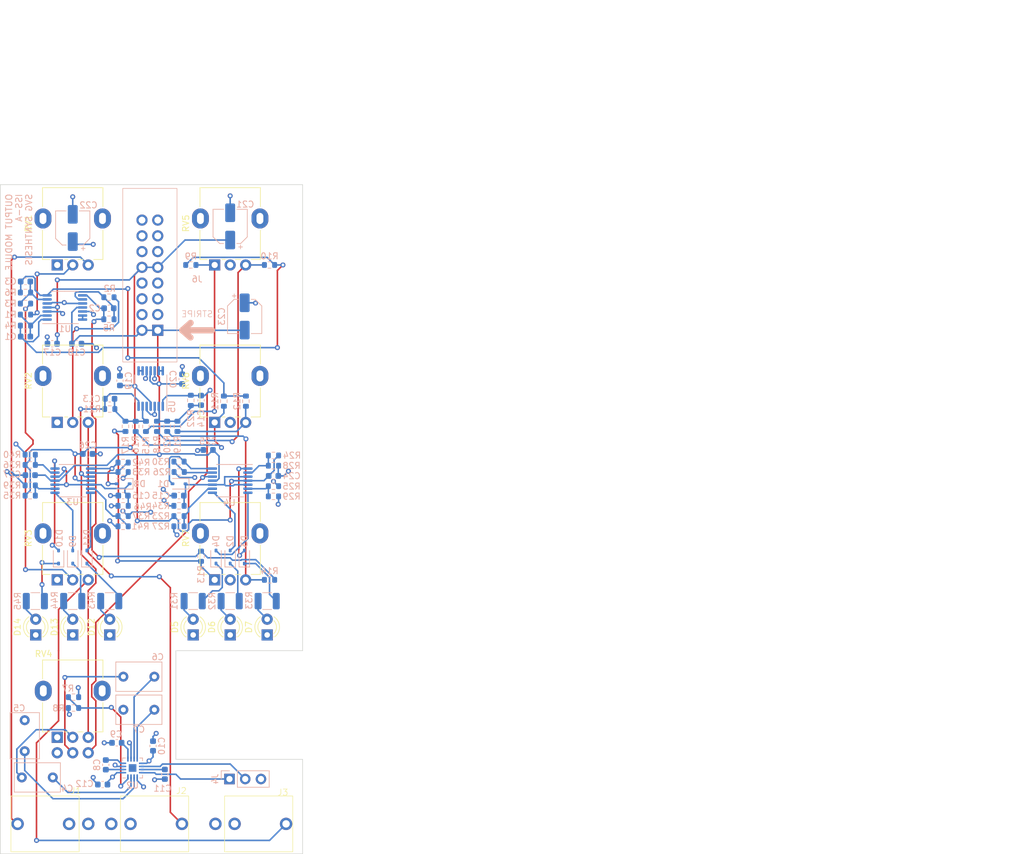
<source format=kicad_pcb>
(kicad_pcb (version 20240108) (generator "pcbnew") (generator_version "8.0")
  (title_block (title "Eurorack Output Mixer Module") (rev "A") (company "SVG Synthesis") (comment 4 "AISLER Project ID: JQMTIHYA"))
  (layers (0 "F.Cu" signal) (1 "In1.Cu" signal) (2 "In2.Cu" signal) (31 "B.Cu" signal) (34 "B.Paste" user) (35 "F.Paste" user) (36 "B.SilkS" user "B.Silkscreen") (37 "F.SilkS" user "F.Silkscreen") (38 "B.Mask" user) (39 "F.Mask" user) (44 "Edge.Cuts" user))
  (net 0 "")
  (net 1 "Net-(U1A--)")
  (net 2 "chan_1")
  (net 3 "Net-(U1C--)")
  (net 4 "chan_3")
  (net 5 "Net-(U1B--)")
  (net 6 "chan_2")
  (net 7 "Net-(C4-Pad1)")
  (net 8 "Net-(U2-INL+)")
  (net 9 "GND")
  (net 10 "Net-(U2-INL-)")
  (net 11 "Net-(C6-Pad1)")
  (net 12 "Net-(U2-INR+)")
  (net 13 "Net-(U2-INR-)")
  (net 14 "Net-(U2-C1N)")
  (net 15 "Net-(U2-C1P)")
  (net 16 "Net-(U2-PVSS)")
  (net 17 "+5V")
  (net 18 "Net-(U2-BIAS)")
  (net 19 "Net-(U5D--)")
  (net 20 "left_mix")
  (net 21 "Net-(U5A--)")
  (net 22 "right_mix")
  (net 23 "right_peak")
  (net 24 "left_peak")
  (net 25 "+12V")
  (net 26 "-12V")
  (net 27 "Net-(D1-A)")
  (net 28 "Net-(D2-K)")
  (net 29 "Net-(D2-A)")
  (net 30 "Net-(D3-K)")
  (net 31 "Net-(D3-A)")
  (net 32 "Net-(D4-K)")
  (net 33 "Net-(D4-A)")
  (net 34 "Net-(D5-A)")
  (net 35 "Net-(D6-A)")
  (net 36 "Net-(D7-A)")
  (net 37 "Net-(D8-A)")
  (net 38 "Net-(D9-K)")
  (net 39 "Net-(D9-A)")
  (net 40 "Net-(D10-K)")
  (net 41 "Net-(D10-A)")
  (net 42 "Net-(D11-K)")
  (net 43 "Net-(D11-A)")
  (net 44 "Net-(D12-A)")
  (net 45 "Net-(D13-A)")
  (net 46 "Net-(D14-A)")
  (net 47 "Net-(J1-PadT)")
  (net 49 "Net-(J2-PadT)")
  (net 51 "Net-(J3-PadT)")
  (net 53 "left_out")
  (net 54 "right_out")
  (net 59 "Net-(R1-Pad1)")
  (net 60 "Net-(R2-Pad1)")
  (net 61 "Net-(R3-Pad1)")
  (net 62 "SHDN")
  (net 63 "chan_1_left")
  (net 64 "chan_1_right")
  (net 65 "chan_2_left")
  (net 66 "chan_2_right")
  (net 67 "chan_3_left")
  (net 68 "chan_3_right")
  (net 69 "Net-(U4C--)")
  (net 70 "Net-(U4D--)")
  (net 71 "Net-(U4B--)")
  (net 72 "Net-(U4A--)")
  (net 73 "Net-(U3C--)")
  (net 74 "Net-(U3D--)")
  (net 75 "Net-(U3B--)")
  (net 76 "Net-(U3A--)")
  (net 77 "Net-(U1D--)")
  (net 78 "Net-(U5B--)")
  (net 79 "Net-(U5C--)")
  (footprint "Potentiometer_THT:Potentiometer_Alpha_RD901F-40-00D_Single_Vertical" (layer "F.Cu") (at 81.574 90.424 90)
    (property "Reference" "RV2")
    (property "Value" "A100k")
  )
  (footprint "Potentiometer_THT:Potentiometer_Alpha_RD901F-40-00D_Single_Vertical" (layer "F.Cu") (at 106.974 90.424 90)
    (property "Reference" "RV6")
    (property "Value" "10k")
  )
  (footprint "LED_THT:LED_D3.0mm" (layer "F.Cu") (at 78.105 124.714 90)
    (property "Reference" "D14")
    (property "Value" "RED")
  )
  (footprint "Potentiometer_THT:Potentiometer_Alpha_RD901F-40-00D_Single_Vertical" (layer "F.Cu") (at 81.574 65.024 90)
    (property "Reference" "RV1")
    (property "Value" "A100k")
  )
  (footprint "LED_THT:LED_D3.0mm" (layer "F.Cu") (at 84.074 124.714 90)
    (property "Reference" "D13")
    (property "Value" "YELLOW")
  )
  (footprint "Potentiometer_THT:Potentiometer_Alpha_RD901F-40-00D_Single_Vertical" (layer "F.Cu") (at 106.974 65.024 90)
    (property "Reference" "RV5")
    (property "Value" "10k")
  )
  (footprint "synthesis:thonkiconn" (layer "F.Cu") (at 96.774 155.194 -90)
    (property "Reference" "J2")
    (property "Value" "thonkiconn")
  )
  (footprint "Potentiometer_THT:Potentiometer_Alpha_RD901F-40-00D_Single_Vertical" (layer "F.Cu") (at 106.974 115.824 90)
    (property "Reference" "RV7")
    (property "Value" "10k")
  )
  (footprint "synthesis:thonkiconn" (layer "F.Cu") (at 113.571 155.194 -90)
    (property "Reference" "J3")
    (property "Value" "thonkiconn")
  )
  (footprint "Potentiometer_THT:Potentiometer_Alpha_RD901F-40-00D_Single_Vertical" (layer "F.Cu") (at 81.574 115.824 90)
    (property "Reference" "RV3")
    (property "Value" "A100k")
  )
  (footprint "Potentiometer_THT:Potentiometer_Alpha_RD902F-40-00D_Dual_Vertical" (layer "F.Cu") (at 81.574 141.224 90)
    (property "Reference" "RV4")
    (property "Value" "A10K")
  )
  (footprint "synthesis:thonkiconn" (layer "F.Cu") (at 80.104 155.194 90)
    (property "Reference" "J1")
    (property "Value" "thonkiconn")
  )
  (footprint "LED_THT:LED_D3.0mm" (layer "F.Cu") (at 103.505 124.714 90)
    (property "Reference" "D5")
    (property "Value" "GREEN")
  )
  (footprint "LED_THT:LED_D3.0mm" (layer "F.Cu") (at 90.043 124.714 90)
    (property "Reference" "D12")
    (property "Value" "GREEN")
  )
  (footprint "LED_THT:LED_D3.0mm" (layer "F.Cu") (at 115.443 124.714 90)
    (property "Reference" "D7")
    (property "Value" "RED")
  )
  (footprint "LED_THT:LED_D3.0mm" (layer "F.Cu") (at 109.474 124.714 90)
    (property "Reference" "D6")
    (property "Value" "YELLOW")
  )
  (footprint "Resistor_SMD:R_0603_1608Metric" (layer "B.Cu") (at 101.219 107.188 180)
    (property "Reference" "R27")
    (property "Value" "22k")
  )
  (footprint "Connector_PinHeader_2.54mm:PinHeader_1x03_P2.54mm_Vertical" (layer "B.Cu") (at 109.362 147.955 -90)
    (property "Reference" "J4")
    (property "Value" "Conn_01x03")
  )
  (footprint "Resistor_SMD:R_0603_1608Metric" (layer "B.Cu") (at 101.2444 98.425)
    (property "Reference" "R26")
    (property "Value" "100k")
  )
  (footprint "Resistor_SMD:R_0603_1608Metric" (layer "B.Cu") (at 94.234 91.071 90)
    (property "Reference" "R16")
    (property "Value" "100k")
  )
  (footprint "Resistor_SMD:R_0603_1608Metric" (layer "B.Cu") (at 100.965 91.059 90)
    (property "Reference" "R19")
    (property "Value" "100k")
  )
  (footprint "Resistor_SMD:R_0603_1608Metric" (layer "B.Cu") (at 77.216 100.584 180)
    (property "Reference" "R39")
    (property "Value" "22k")
  )
  (footprint "Diode_SMD:D_SOD-323" (layer "B.Cu") (at 107.188 112.141 90)
    (property "Reference" "D4")
    (property "Value" "1N4148")
  )
  (footprint "synthesis:eurorack_16" (layer "B.Cu") (at 96.52 66.675 180)
    (property "Reference" "J6")
    (property "Value" "euro_power_16")
  )
  (footprint "Resistor_SMD:R_0603_1608Metric" (layer "B.Cu") (at 92.202 103.886)
    (property "Reference" "R46")
    (property "Value" "100k")
  )
  (footprint "Package_SO:TSSOP-14_4.4x5mm_P0.65mm" (layer "B.Cu") (at 96.647 84.963 90)
    (property "Reference" "U5")
    (property "Value" "TL074")
  )
  (footprint "Resistor_SMD:R_1210_3225Metric" (layer "B.Cu") (at 115.443 119.253 180)
    (property "Reference" "R33")
    (property "Value" "1k 0.5W")
  )
  (footprint "Resistor_SMD:R_0603_1608Metric" (layer "B.Cu") (at 108.458 86.995 -90)
    (property "Reference" "R11")
    (property "Value" "10k")
  )
  (footprint "Capacitor_SMD:C_0603_1608Metric" (layer "B.Cu") (at 89.916 72.009 180)
    (property "Reference" "C2")
    (property "Value" "47pF")
  )
  (footprint "Resistor_SMD:R_1210_3225Metric" (layer "B.Cu") (at 103.505 119.253 180)
    (property "Reference" "R31")
    (property "Value" "1k 0.5W")
  )
  (footprint "Capacitor_SMD:CP_Elec_5x5.3" (layer "B.Cu") (at 111.8108 73.3298 -90)
    (property "Reference" "C23")
    (property "Value" "10uF")
  )
  (footprint "Resistor_SMD:R_0603_1608Metric" (layer "B.Cu") (at 115.824 115.824 180)
    (property "Reference" "R14")
    (property "Value" "10k")
  )
  (footprint "Diode_SMD:D_SOD-323" (layer "B.Cu") (at 84.074 112.141 90)
    (property "Reference" "D9")
    (property "Value" "1N4148")
  )
  (footprint "Resistor_SMD:R_0603_1608Metric" (layer "B.Cu") (at 84.201 136.495 180)
    (property "Reference" "R8")
    (property "Value" "10k")
  )
  (footprint "Resistor_SMD:R_0603_1608Metric" (layer "B.Cu") (at 103.124 86.868 90)
    (property "Reference" "R22")
    (property "Value" "100k")
  )
  (footprint "Resistor_SMD:R_0603_1608Metric" (layer "B.Cu") (at 84.201 134.747 180)
    (property "Reference" "R7")
    (property "Value" "10k")
  )
  (footprint "Resistor_SMD:R_0603_1608Metric" (layer "B.Cu") (at 77.216 102.235 180)
    (property "Reference" "R35")
    (property "Value" "100k")
  )
  (footprint "Resistor_SMD:R_0603_1608Metric" (layer "B.Cu") (at 77.216 95.631 180)
    (property "Reference" "R40")
    (property "Value" "27k")
  )
  (footprint "Capacitor_SMD:C_0603_1608Metric" (layer "B.Cu") (at 104.775 86.868 90)
    (property "Reference" "C14")
    (property "Value" "47pF")
  )
  (footprint "Resistor_SMD:R_0603_1608Metric" (layer "B.Cu") (at 99.314 91.059 90)
    (property "Reference" "R20")
    (property "Value" "100k")
  )
  (footprint "Capacitor_SMD:C_0603_1608Metric" (layer "B.Cu") (at 97.028 142.621 90)
    (property "Reference" "C10")
    (property "Value" "1uF")
  )
  (footprint "Resistor_SMD:R_0603_1608Metric" (layer "B.Cu") (at 101.219 105.537 180)
    (property "Reference" "R23")
    (property "Value" "100k")
  )
  (footprint "Capacitor_SMD:C_0603_1608Metric" (layer "B.Cu") (at 90.043 86.614 180)
    (property "Reference" "C13")
    (property "Value" "47pF")
  )
  (footprint "Resistor_SMD:R_0603_1608Metric" (layer "B.Cu") (at 89.916 70.231 180)
    (property "Reference" "R2")
    (property "Value" "100k")
  )
  (footprint "Capacitor_THT:C_Rect_L7.2mm_W4.5mm_P5.00mm_FKS2_FKP2_MKS2_MKP2" (layer "B.Cu") (at 92.242 131.445)
    (property "Reference" "C6")
    (property "Value" "1uF")
  )
  (footprint "Capacitor_THT:C_Rect_L7.2mm_W4.5mm_P5.00mm_FKS2_FKP2_MKS2_MKP2" (layer "B.Cu") (at 92.242 136.779)
    (property "Reference" "C7")
    (property "Value" "1uF")
  )
  (footprint "Capacitor_SMD:C_0603_1608Metric" (layer "B.Cu") (at 116.459 99.06)
    (property "Reference" "C24")
    (property "Value" "100nF")
  )
  (footprint "Diode_SMD:D_SOD-323" (layer "B.Cu") (at 86.36 112.141 90)
    (property "Reference" "D11")
    (property "Value" "1N4148")
  )
  (footprint "Resistor_SMD:R_1210_3225Metric" (layer "B.Cu") (at 90.043 119.253 180)
    (property "Reference" "R43")
    (property "Value" "1k 0.5W")
  )
  (footprint "Resistor_SMD:R_0603_1608Metric" (layer "B.Cu") (at 97.663 91.059 90)
    (property "Reference" "R18")
    (property "Value" "100k")
  )
  (footprint "Resistor_SMD:R_0603_1608Metric" (layer "B.Cu") (at 116.459 97.409)
    (property "Reference" "R28")
    (property "Value" "27k")
  )
  (footprint "Resistor_SMD:R_0603_1608Metric" (layer "B.Cu") (at 104.775 112.014 -90)
    (property "Reference" "R13")
    (property "Value" "10k")
  )
  (footprint "Resistor_SMD:R_0603_1608Metric" (layer "B.Cu") (at 92.583 91.059 90)
    (property "Reference" "R17")
    (property "Value" "100k")
  )
  (footprint "Resistor_SMD:R_0603_1608Metric" (layer "B.Cu") (at 115.824 65.024 180)
    (property "Reference" "R10")
    (property "Value" "10k")
  )
  (footprint "Capacitor_THT:C_Rect_L7.2mm_W4.5mm_P5.00mm_FKS2_FKP2_MKS2_MKP2" (layer "B.Cu") (at 76.327 138.47 -90)
    (property "Reference" "C5")
    (property "Value" "1uF")
  )
  (footprint "Package_DFN_QFN:TQFN-16-1EP_3x3mm_P0.5mm_EP1.23x1.23mm" (layer "B.Cu") (at 93.726 146.177)
    (property "Reference" "U2")
    (property "Value" "MAX97220C")
  )
  (footprint "Package_SO:TSSOP-14_4.4x5mm_P0.65mm" (layer "B.Cu") (at 82.804 71.882)
    (property "Reference" "U1")
    (property "Value" "TL074")
  )
  (footprint "Diode_SMD:D_SOD-323" (layer "B.Cu") (at 109.474 112.141 90)
    (property "Reference" "D2")
    (property "Value" "1N4148")
  )
  (footprint "Resistor_SMD:R_0603_1608Metric" (layer "B.Cu") (at 92.202 107.188 180)
    (property "Reference" "R41")
    (property "Value" "1k")
  )
  (footprint "Resistor_SMD:R_0603_1608Metric" (layer "B.Cu") (at 116.459 100.711)
    (property "Reference" "R25")
    (property "Value" "100k")
  )
  (footprint "Capacitor_SMD:CP_Elec_5x5.3" (layer "B.Cu") (at 109.474 58.801 90)
    (property "Reference" "C21")
    (property "Value" "10uF")
  )
  (footprint "Capacitor_SMD:C_0603_1608Metric" (layer "B.Cu") (at 105.918 94.869)
    (property "Reference" "C25")
    (property "Value" "100nF")
  )
  (footprint "Resistor_SMD:R_0603_1608Metric" (layer "B.Cu") (at 92.202 98.425 180)
    (property "Reference" "R38")
    (property "Value" "100k")
  )
  (footprint "Capacitor_SMD:C_0603_1608Metric" (layer "B.Cu") (at 91.186 142.113 180)
    (property "Reference" "C9")
    (property "Value" "1uF")
  )
  (footprint "Diode_SMD:D_SOD-323" (layer "B.Cu") (at 111.76 112.141 90)
    (property "Reference" "D3")
    (property "Value" "1N4148")
  )
  (footprint "Package_SO:TSSOP-14_4.4x5mm_P0.65mm" (layer "B.Cu") (at 109.474 99.822 180)
    (property "Reference" "U4")
    (property "Value" "TL074")
  )
  (footprint "Resistor_SMD:R_0603_1608Metric" (layer "B.Cu") (at 101.219 96.7486)
    (property "Reference" "R30")
    (property "Value" "100k")
  )
  (footprint "Resistor_SMD:R_1210_3225Metric" (layer "B.Cu") (at 84.074 119.253 180)
    (property "Reference" "R44")
    (property "Value" "1k 0.5W")
  )
  (footprint "Capacitor_SMD:CP_Elec_5x5.3" (layer "B.Cu") (at 84.074 59.055 90)
    (property "Reference" "C22")
    (property "Value" "10uF")
  )
  (footprint "Capacitor_SMD:C_0603_1608Metric" (layer "B.Cu") (at 84.709 77.724 180)
    (property "Reference" "C18")
    (property "Value" "100nF")
  )
  (footprint "Resistor_SMD:R_0603_1608Metric" (layer "B.Cu") (at 112.014 86.995 -90)
    (property "Reference" "R12")
    (property "Value" "10k")
  )
  (footprint "Resistor_SMD:R_0603_1608Metric" (layer "B.Cu") (at 89.916 73.787 180)
    (property "Reference" "R5")
    (property "Value" "68k")
  )
  (footprint "Diode_SMD:D_SOD-323" (layer "B.Cu") (at 92.202 100.33 180)
    (property "Reference" "D8")
    (property "Value" "1N4148")
  )
  (footprint "Capacitor_SMD:C_0603_1608Metric" (layer "B.Cu") (at 76.454 76.581 180)
    (property "Reference" "C1")
    (property "Value" "47pF")
  )
  (footprint "Resistor_SMD:R_0603_1608Metric" (layer "B.Cu") (at 92.202 105.537)
    (property "Reference" "R37")
    (property "Value" "100k")
  )
  (footprint "Capacitor_SMD:C_0603_1608Metric" (layer "B.Cu") (at 91.694 83.693 90)
    (property "Reference" "C19")
    (property "Value" "100nF")
  )
  (footprint "Package_SO:TSSOP-14_4.4x5mm_P0.65mm" (layer "B.Cu") (at 84.074 99.822 180)
    (property "Reference" "U3")
    (property "Value" "TL074")
  )
  (footprint "Diode_SMD:D_SOD-323" (layer "B.Cu") (at 81.788 112.141 90)
    (property "Reference" "D10")
    (property "Value" "1N4148")
  )
  (footprint "Resistor_SMD:R_0603_1608Metric" (layer "B.Cu") (at 92.202 96.901 180)
    (property "Reference" "R42")
    (property "Value" "100k")
  )
  (footprint "Capacitor_SMD:C_0603_1608Metric" (layer "B.Cu") (at 88.9 148.844 180)
    (property "Reference" "C12")
    (property "Value" "1uF")
  )
  (footprint "Capacitor_SMD:C_0603_1608Metric" (layer "B.Cu") (at 98.933 147.193 -90)
    (property "Reference" "C11")
    (property "Value" "100nF")
  )
  (footprint "Capacitor_THT:C_Rect_L7.2mm_W4.5mm_P5.00mm_FKS2_FKP2_MKS2_MKP2" (layer "B.Cu") (at 75.859 147.701)
    (property "Reference" "C4")
    (property "Value" "1uF")
  )
  (footprint "Resistor_SMD:R_0603_1608Metric" (layer "B.Cu") (at 76.454 71.247 180)
    (property "Reference" "R3")
    (property "Value" "100k")
  )
  (footprint "Capacitor_SMD:C_0603_1608Metric" (layer "B.Cu") (at 77.216 98.933)
    (property "Reference" "C27")
    (property "Value" "100nF")
  )
  (footprint "Diode_SMD:D_SOD-323" (layer "B.Cu") (at 101.219 100.33 180)
    (property "Reference" "D1")
    (property "Value" "1N4148")
  )
  (footprint "Capacitor_SMD:C_0603_1608Metric" (layer "B.Cu") (at 101.727 83.439 -90)
    (property "Reference" "C20")
    (property "Value" "100nF")
  )
  (footprint "Capacitor_SMD:C_0603_1608Metric" (layer "B.Cu") (at 80.772 77.724 180)
    (property "Reference" "C17")
    (property "Value" "100nF")
  )
  (footprint "Capacitor_SMD:C_0603_1608Metric" (layer "B.Cu") (at 89.408 145.669 -90)
    (property "Reference" "C8")
    (property "Value" "1uF")
  )
  (footprint "Resistor_SMD:R_1210_3225Metric" (layer "B.Cu") (at 78.0435 119.253 180)
    (property "Reference" "R45")
    (property "Value" "1k 0.5W")
  )
  (footprint "Capacitor_SMD:C_0603_1608Metric" (layer "B.Cu") (at 92.202 102.235 180)
    (property "Reference" "C16")
    (property "Value" "100nF")
  )
  (footprint "Resistor_SMD:R_0603_1608Metric" (layer "B.Cu") (at 103.124 65.024)
    (property "Reference" "R9")
    (property "Value" "10k")
  )
  (footprint "Resistor_SMD:R_0603_1608Metric" (layer "B.Cu") (at 76.454 69.469 180)
    (property "Reference" "R6")
    (property "Value" "68k")
  )
  (footprint "Resistor_SMD:R_0603_1608Metric" (layer "B.Cu") (at 116.459 95.758)
    (property "Reference" "R24")
    (property "Value" "100k")
  )
  (footprint "Resistor_SMD:R_0603_1608Metric" (layer "B.Cu") (at 101.219 103.886)
    (property "Reference" "R34")
    (property "Value" "100k")
  )
  (footprint "Resistor_SMD:R_0603_1608Metric" (layer "B.Cu") (at 76.454 73.025 180)
    (property "Reference" "R1")
    (property "Value" "100k")
  )
  (footprint "Resistor_SMD:R_0603_1608Metric" (layer "B.Cu") (at 76.454 74.803 180)
    (property "Reference" "R4")
    (property "Value" "68k")
  )
  (footprint "Capacitor_SMD:C_0603_1608Metric" (layer "B.Cu") (at 101.219 102.235 180)
    (property "Reference" "C15")
    (property "Value" "100nF")
  )
  (footprint "Resistor_SMD:R_1210_3225Metric" (layer "B.Cu") (at 109.474 119.253 180)
    (property "Reference" "R32")
    (property "Value" "1k 0.5W")
  )
  (footprint "Capacitor_SMD:C_0603_1608Metric" (layer "B.Cu") (at 86.487 95.504)
    (property "Reference" "C26")
    (property "Value" "100nF")
  )
  (footprint "Capacitor_SMD:C_0603_1608Metric" (layer "B.Cu") (at 76.454 67.691 180)
    (property "Reference" "C3")
    (property "Value" "47pF")
  )
  (footprint "Resistor_SMD:R_0603_1608Metric" (layer "B.Cu") (at 77.216 97.282 180)
    (property "Reference" "R36")
    (property "Value" "100k")
  )
  (footprint "Resistor_SMD:R_0603_1608Metric" (layer "B.Cu") (at 116.459 102.362)
    (property "Reference" "R29")
    (property "Value" "1k")
  )
  (footprint "Resistor_SMD:R_0603_1608Metric" (layer "B.Cu") (at 95.885 91.071 90)
    (property "Reference" "R15")
    (property "Value" "100k")
  )
  (footprint "Resistor_SMD:R_0603_1608Metric" (layer "B.Cu") (at 90.043 88.265 180)
    (property "Reference" "R21")
    (property "Value" "100k")
  )
  (gr_line (start 121.158 52.07) (end 121.158 127.254) (stroke (width 0.1)) (layer "Edge.Cuts"))
  (gr_line (start 100.711 127.254) (end 100.711 144.78) (stroke (width 0.1)) (layer "Edge.Cuts"))
  (gr_line (start 121.158 144.78) (end 121.158 160.02) (stroke (width 0.1)) (layer "Edge.Cuts"))
  (gr_line (start 121.158 160.02) (end 72.39 160.02) (stroke (width 0.1)) (layer "Edge.Cuts"))
  (gr_line (start 72.39 160.02) (end 72.39 52.07) (stroke (width 0.1)) (layer "Edge.Cuts"))
  (gr_line (start 100.711 144.78) (end 121.158 144.78) (stroke (width 0.1)) (layer "Edge.Cuts"))
  (gr_line (start 72.39 52.07) (end 121.158 52.07) (stroke (width 0.1)) (layer "Edge.Cuts"))
  (gr_line (start 121.158 127.254) (end 100.711 127.254) (stroke (width 0.1)) (layer "Edge.Cuts"))
  (gr_text "OUTPUT MODULE\nISS-A\nSVG SYNTHESIS\n" (at 77.597 53.467 90) (layer "B.SilkS") (effects (font (size 1 1)) (justify left bottom mirror)))
  (segment (start 77.229 74.853) (end 77.279 74.803) (width 0.25) (layer "B.Cu") (net 1))
  (segment (start 75.629 73.025) (end 75.629 73.153) (width 0.25) (layer "B.Cu") (net 1))
  (segment (start 77.229 76.581) (end 77.229 74.853) (width 0.25) (layer "B.Cu") (net 1))
  (segment (start 75.629 73.153) (end 77.279 74.803) (width 0.25) (layer "B.Cu") (net 1))
  (segment (start 77.279 74.803) (end 78.9 73.182) (width 0.25) (layer "B.Cu") (net 1))
  (segment (start 78.9 73.182) (end 79.9415 73.182) (width 0.25) (layer "B.Cu") (net 1))
  (segment (start 117.094 78.359) (end 117.094 65.913) (width 0.25) (layer "F.Cu") (net 2))
  (segment (start 117.094 65.913) (end 117.983 65.024) (width 0.25) (layer "F.Cu") (net 2))
  (via (at 117.094 78.359) (size 0.8) (drill 0.4) (layers "F.Cu" "B.Cu") (net 2))
  (via (at 117.983 65.024) (size 0.8) (drill 0.4) (layers "F.Cu" "B.Cu") (net 2))
  (segment (start 78.9998 73.832) (end 78.5876 74.2442) (width 0.25) (layer "B.Cu") (net 2))
  (segment (start 88.638 78.687473) (end 88.966473 78.359) (width 0.25) (layer "B.Cu") (net 2))
  (segment (start 116.649 65.024) (end 115.424 63.799) (width 0.25) (layer "B.Cu") (net 2))
  (segment (start 88.638 78.694787) (end 88.638 78.687473) (width 0.25) (layer "B.Cu") (net 2))
  (segment (start 88.966473 78.359) (end 117.094 78.359) (width 0.25) (layer "B.Cu") (net 2))
  (segment (start 88.213598 79.119189) (end 88.638 78.694787) (width 0.25) (layer "B.Cu") (net 2))
  (segment (start 78.217189 79.119189) (end 88.213598 79.119189) (width 0.25) (layer "B.Cu") (net 2))
  (segment (start 75.629 74.803) (end 75.629 76.531) (width 0.25) (layer "B.Cu") (net 2))
  (segment (start 76.479 77.381) (end 75.679 76.581) (width 0.25) (layer "B.Cu") (net 2))
  (segment (start 78.5876 74.2442) (end 78.5876 76.475217) (width 0.25) (layer "B.Cu") (net 2))
  (segment (start 75.629 76.531) (end 75.679 76.581) (width 0.25) (layer "B.Cu") (net 2))
  (segment (start 75.679 76.581) (end 78.217189 79.119189) (width 0.25) (layer "B.Cu") (net 2))
  (segment (start 103.524 63.799) (end 102.299 65.024) (width 0.25) (layer "B.Cu") (net 2))
  (segment (start 79.9415 73.832) (end 78.9998 73.832) (width 0.25) (layer "B.Cu") (net 2))
  (segment (start 77.681817 77.381) (end 76.479 77.381) (width 0.25) (layer "B.Cu") (net 2))
  (segment (start 115.424 63.799) (end 103.524 63.799) (width 0.25) (layer "B.Cu") (net 2))
  (segment (start 78.5876 76.475217) (end 77.681817 77.381) (width 0.25) (layer "B.Cu") (net 2))
  (segment (start 117.983 65.024) (end 116.649 65.024) (width 0.25) (layer "B.Cu") (net 2))
  (segment (start 84.6836 69.3674) (end 88.2274 69.3674) (width 0.25) (layer "B.Cu") (net 3))
  (segment (start 90.741 73.787) (end 90.741 72.059) (width 0.25) (layer "B.Cu") (net 3))
  (segment (start 88.2274 69.3674) (end 89.091 70.231) (width 0.25) (layer "B.Cu") (net 3))
  (segment (start 84.977959 70.582) (end 84.4804 70.084441) (width 0.25) (layer "B.Cu") (net 3))
  (segment (start 84.4804 70.084441) (end 84.4804 69.5706) (width 0.25) (layer "B.Cu") (net 3))
  (segment (start 90.741 72.059) (end 90.691 72.009) (width 0.25) (layer "B.Cu") (net 3))
  (segment (start 84.4804 69.5706) (end 84.6836 69.3674) (width 0.25) (layer "B.Cu") (net 3))
  (segment (start 90.691 72.009) (end 90.691 71.831) (width 0.25) (layer "B.Cu") (net 3))
  (segment (start 85.6665 70.582) (end 84.977959 70.582) (width 0.25) (layer "B.Cu") (net 3))
  (segment (start 90.691 71.831) (end 89.091 70.231) (width 0.25) (layer "B.Cu") (net 3))
  (segment (start 87.189 74.482) (end 87.189 89.306588) (width 0.25) (layer "F.Cu") (net 4))
  (segment (start 87.189 89.306588) (end 87.799 89.916588) (width 0.25) (layer "F.Cu") (net 4))
  (segment (start 87.799 106.75605) (end 87.189 107.36605) (width 0.25) (layer "F.Cu") (net 4))
  (segment (start 87.503 74.168) (end 87.189 74.482) (width 0.25) (layer "F.Cu") (net 4))
  (segment (start 87.189 111.056402) (end 88.332799 112.200201) (width 0.25) (layer "F.Cu") (net 4))
  (segment (start 87.799 89.916588) (end 87.799 106.75605) (width 0.25) (layer "F.Cu") (net 4))
  (segment (start 87.189 107.36605) (end 87.189 111.056402) (width 0.25) (layer "F.Cu") (net 4))
  (via (at 87.503 74.168) (size 0.8) (drill 0.4) (layers "F.Cu" "B.Cu") (net 4))
  (via (at 88.332799 112.200201) (size 0.8) (drill 0.4) (layers "F.Cu" "B.Cu") (net 4))
  (segment (start 88.432041 72.009) (end 86.355041 69.932) (width 0.25) (layer "B.Cu") (net 4))
  (segment (start 116.649 115.620848) (end 113.594152 112.566) (width 0.25) (layer "B.Cu") (net 4))
  (segment (start 113.594152 112.566) (end 111.335 112.566) (width 0.25) (layer "B.Cu") (net 4))
  (segment (start 89.091 73.787) (end 89.091 72.059) (width 0.25) (layer "B.Cu") (net 4))
  (segment (start 103.9125 112.0515) (end 88.4815 112.0515) (width 0.25) (layer "B.Cu") (net 4))
  (segment (start 116.649 115.824) (end 116.649 115.620848) (width 0.25) (layer "B.Cu") (net 4))
  (segment (start 86.355041 69.932) (end 85.6665 69.932) (width 0.25) (layer "B.Cu") (net 4))
  (segment (start 89.091 73.787) (end 87.884 73.787) (width 0.25) (layer "B.Cu") (net 4))
  (segment (start 89.141 72.009) (end 88.432041 72.009) (width 0.25) (layer "B.Cu") (net 4))
  (segment (start 109.469718 112.268) (end 105.854 112.268) (width 0.25) (layer "B.Cu") (net 4))
  (segment (start 111.335 112.566) (end 111.252 112.649) (width 0.25) (layer "B.Cu") (net 4))
  (segment (start 105.854 112.268) (end 104.775 111.189) (width 0.25) (layer "B.Cu") (net 4))
  (segment (start 104.775 111.189) (end 103.9125 112.0515) (width 0.25) (layer "B.Cu") (net 4))
  (segment (start 89.091 72.059) (end 89.141 72.009) (width 0.25) (layer "B.Cu") (net 4))
  (segment (start 87.884 73.787) (end 87.503 74.168) (width 0.25) (layer "B.Cu") (net 4))
  (segment (start 109.850718 112.649) (end 109.469718 112.268) (width 0.25) (layer "B.Cu") (net 4))
  (segment (start 88.4815 112.0515) (end 88.332799 112.200201) (width 0.25) (layer "B.Cu") (net 4))
  (segment (start 111.252 112.649) (end 109.850718 112.649) (width 0.25) (layer "B.Cu") (net 4))
  (segment (start 77.229 69.419) (end 77.279 69.469) (width 0.25) (layer "B.Cu") (net 5))
  (segment (start 75.629 71.247) (end 75.629 71.119) (width 0.25) (layer "B.Cu") (net 5))
  (segment (start 75.629 71.119) (end 77.279 69.469) (width 0.25) (layer "B.Cu") (net 5))
  (segment (start 77.279 69.469) (end 78.392 70.582) (width 0.25) (layer "B.Cu") (net 5))
  (segment (start 78.392 70.582) (end 79.9415 70.582) (width 0.25) (layer "B.Cu") (net 5))
  (segment (start 77.229 67.691) (end 77.229 69.419) (width 0.25) (layer "B.Cu") (net 5))
  (segment (start 92.964 68.834) (end 92.964 80.01) (width 0.25) (layer "F.Cu") (net 6))
  (via (at 92.964 68.834) (size 0.8) (drill 0.4) (layers "F.Cu" "B.Cu") (net 6))
  (via (at 92.964 80.01) (size 0.8) (drill 0.4) (layers "F.Cu" "B.Cu") (net 6))
  (segment (start 80.9561 68.9174) (end 92.8806 68.9174) (width 0.25) (layer "B.Cu") (net 6))
  (segment (start 78.004 67.213183) (end 77.681817 66.891) (width 0.25) (layer "B.Cu") (net 6))
  (segment (start 108.458 84.06505) (end 108.458 86.17) (width 0.25) (layer "B.Cu") (net 6))
  (segment (start 92.8806 68.9174) (end 92.964 68.834) (width 0.25) (layer "B.Cu") (net 6))
  (segment (start 79.9415 69.932) (end 79.9357 69.9262) (width 0.25) (layer "B.Cu") (net 6))
  (segment (start 104.40295 80.01) (end 108.458 84.06505) (width 0.25) (layer "B.Cu") (net 6))
  (segment (start 76.479 66.891) (end 75.679 67.691) (width 0.25) (layer "B.Cu") (net 6))
  (segment (start 75.679 67.691) (end 75.679 69.419) (width 0.25) (layer "B.Cu") (net 6))
  (segment (start 79.9415 69.932) (end 80.9561 68.9174) (width 0.25) (layer "B.Cu") (net 6))
  (segment (start 92.964 80.01) (end 104.40295 80.01) (width 0.25) (layer "B.Cu") (net 6))
  (segment (start 79.9357 69.9262) (end 78.8416 69.9262) (width 0.25) (layer "B.Cu") (net 6))
  (segment (start 78.004 69.0886) (end 78.004 67.213183) (width 0.25) (layer "B.Cu") (net 6))
  (segment (start 78.8416 69.9262) (end 78.004 69.0886) (width 0.25) (layer "B.Cu") (net 6))
  (segment (start 75.679 69.419) (end 75.629 69.469) (width 0.25) (layer "B.Cu") (net 6))
  (segment (start 108.458 86.17) (end 112.014 86.17) (width 0.25) (layer "B.Cu") (net 6))
  (segment (start 77.681817 66.891) (end 76.479 66.891) (width 0.25) (layer "B.Cu") (net 6))
  (segment (start 75.859 147.701) (end 75.059001 146.901001) (width 0.25) (layer "B.Cu") (net 7))
  (segment (start 82.849 139.999) (end 84.074 141.224) (width 0.25) (layer "B.Cu") (net 7))
  (segment (start 75.059001 146.901001) (end 75.059001 143.126999) (width 0.25) (layer "B.Cu") (net 7))
  (segment (start 78.187 139.999) (end 82.849 139.999) (width 0.25) (layer "B.Cu") (net 7))
  (segment (start 75.059001 143.126999) (end 78.187 139.999) (width 0.25) (layer "B.Cu") (net 7))
  (segment (start 92.456 150.114) (end 83.272 150.114) (width 0.25) (layer "B.Cu") (net 8))
  (segment (start 83.272 150.114) (end 80.859 147.701) (width 0.25) (layer "B.Cu") (net 8))
  (segment (start 93.476 149.094) (end 92.456 150.114) (width 0.25) (layer "B.Cu") (net 8))
  (segment (start 93.476 147.6145) (end 93.476 149.094) (width 0.25) (layer "B.Cu") (net 8))
  (via (at 82.4484 72.8726) (size 0.8) (drill 0.4) (layers "F.Cu" "B.Cu") (net 9))
  (via (at 90.297 103.886) (size 0.8) (drill 0.4) (layers "F.Cu" "B.Cu") (net 9))
  (via (at 89.154 142.113) (size 0.8) (drill 0.4) (layers "F.Cu" "B.Cu") (net 9))
  (via (at 100.893577 108.566412) (size 0.8) (drill 0.4) (layers "F.Cu" "B.Cu") (net 9))
  (via (at 95.820998 83.34436) (size 0.8) (drill 0.4) (layers "F.Cu" "B.Cu") (net 9))
  (via (at 74.9085 93.912201) (size 0.8) (drill 0.4) (layers "F.Cu" "B.Cu") (net 9))
  (via (at 104.214783 94.9585) (size 0.8) (drill 0.4) (layers "F.Cu" "B.Cu") (net 9))
  (via (at 103.759 99.314) (size 0.8) (drill 0.4) (layers "F.Cu" "B.Cu") (net 9))
  (via (at 90.907022 145.7025) (size 0.8) (drill 0.4) (layers "F.Cu" "B.Cu") (net 9))
  (via (at 87.9135 78.394689) (size 0.8) (drill 0.4) (layers "F.Cu" "B.Cu") (net 9))
  (via (at 84.074 54.0258) (size 0.8) (drill 0.4) (layers "F.Cu" "B.Cu") (net 9))
  (via (at 73.4595 98.368452) (size 0.8) (drill 0.4) (layers "F.Cu" "B.Cu") (net 9))
  (via (at 118.872 98.298) (size 0.8) (drill 0.4) (layers "F.Cu" "B.Cu") (net 9))
  (via (at 93.218 142.113) (size 0.8) (drill 0.4) (layers "F.Cu" "B.Cu") (net 9))
  (via (at 97.282 89.154) (size 0.8) (drill 0.4) (layers "F.Cu" "B.Cu") (net 9))
  (via (at 88.5235 95.504) (size 0.8) (drill 0.4) (layers "F.Cu" "B.Cu") (net 9))
  (via (at 90.17 102.235) (size 0.8) (drill 0.4) (layers "F.Cu" "B.Cu") (net 9))
  (via (at 117.221 103.632) (size 0.8) (drill 0.4) (layers "F.Cu" "B.Cu") (net 9))
  (via (at 83.5285 137.531306) (size 0.8) (drill 0.4) (layers "F.Cu" "B.Cu") (net 9))
  (via (at 97.282 148.082) (size 0.8) (drill 0.4) (layers "F.Cu" "B.Cu") (net 9))
  (via (at 90.043 106.299) (size 0.8) (drill 0.4) (layers "F.Cu" "B.Cu") (net 9))
  (via (at 87.376 147.701) (size 0.8) (drill 0.4) (layers "F.Cu" "B.Cu") (net 9))
  (via (at 79.9592 76.6318) (size 0.8) (drill 0.4) (layers "F.Cu" "B.Cu") (net 9))
  (via (at 87.4268 73.025) (size 0.8) (drill 0.4) (layers "F.Cu" "B.Cu") (net 9))
  (via (at 101.7524 81.407) (size 0.8) (drill 0.4) (layers "F.Cu" "B.Cu") (net 9))
  (via (at 92.202 99.441) (size 0.8) (drill 0.4) (layers "F.Cu" "B.Cu") (net 9))
  (via (at 98.806 102.997) (size 0.8) (drill 0.4) (layers "F.Cu" "B.Cu") (net 9))
  (via (at 82.7024 71.0946) (size 0.8) (drill 0.4) (layers "F.Cu" "B.Cu") (net 9))
  (via (at 97.280277 83.394841) (size 0.8) (drill 0.4) (layers "F.Cu" "B.Cu") (net 9))
  (via (at 109.474 53.8734) (size 0.8) (drill 0.4) (layers "F.Cu" "B.Cu") (net 9))
  (via (at 113.5634 71.1708) (size 0.8) (drill 0.4) (layers "F.Cu" "B.Cu") (net 9))
  (via (at 97.536 140.589) (size 0.8) (drill 0.4) (layers "F.Cu" "B.Cu") (net 9))
  (via (at 91.6432 81.7626) (size 0.8) (drill 0.4) (layers "F.Cu" "B.Cu") (net 9))
  (via (at 98.679 101.219) (size 0.8) (drill 0.4) (layers "F.Cu" "B.Cu") (net 9))
  (segment (start 100.394 107.188) (end 100.394 108.066835) (width 0.25) (layer "B.Cu") (net 9))
  (segment (start 76.441 98.933) (end 74.024048 98.933) (width 0.25) (layer "B.Cu") (net 9))
  (segment (start 98.933 147.968) (end 97.396 147.968) (width 0.25) (layer "B.Cu") (net 9))
  (segment (start 91.694 82.918) (end 91.694 81.8134) (width 0.25) (layer "B.Cu") (net 9))
  (segment (start 85.6665 71.232) (end 82.8398 71.232) (width 0.25) (layer "B.Cu") (net 9))
  (segment (start 99.695 103.886) (end 98.806 102.997) (width 0.25) (layer "B.Cu") (net 9))
  (segment (start 74.175452 98.368452) (end 73.4595 98.368452) (width 0.25) (layer "B.Cu") (net 9))
  (segment (start 85.6665 72.532) (end 86.9338 72.532) (width 0.25) (layer "B.Cu") (net 9))
  (segment (start 95.997 82.1005) (end 95.997 83.168358) (width 0.25) (layer "B.Cu") (net 9))
  (segment (start 100.394 103.886) (end 99.695 103.886) (width 0.25) (layer "B.Cu") (net 9))
  (segment (start 82.8398 71.232) (end 82.7024 71.0946) (width 0.25) (layer "B.Cu") (net 9))
  (segment (start 83.376 137.378806) (end 83.5285 137.531306) (width 0.25) (layer "B.Cu") (net 9))
  (segment (start 90.411 142.113) (end 89.154 142.113) (width 0.25) (layer "B.Cu") (net 9))
  (segment (start 91.377 107.188) (end 90.932 107.188) (width 0.25) (layer "B.Cu") (net 9))
  (segment (start 87.376 148.095) (end 87.376 147.701) (width 0.25) (layer "B.Cu") (net 9))
  (segment (start 109.474 56.601) (end 109.474 53.8734) (width 0.25) (layer "B.Cu") (net 9))
  (segment (start 97.297 83.378118) (end 97.280277 83.394841) (width 0.25) (layer "B.Cu") (net 9))
  (segment (start 101.727 81.4324) (end 101.7524 81.407) (width 0.25) (layer "B.Cu") (net 9))
  (segment (start 95.997 88.514041) (end 96.636959 89.154) (width 0.25) (layer "B.Cu") (net 9))
  (segment (start 117.284 103.569) (end 117.221 103.632) (width 0.25) (layer "B.Cu") (net 9))
  (segment (start 97.297 87.8255) (end 97.297 89.139) (width 0.25) (layer "B.Cu") (net 9))
  (segment (start 105.143 94.869) (end 104.304283 94.869) (width 0.25) (layer "B.Cu") (net 9))
  (segment (start 104.304283 94.869) (end 104.214783 94.9585) (width 0.25) (layer "B.Cu") (net 9))
  (segment (start 76.391 100.584) (end 74.175452 98.368452) (width 0.25) (layer "B.Cu") (net 9))
  (segment (start 101.727 82.664) (end 101.727 81.4324) (width 0.25) (layer "B.Cu") (net 9))
  (segment (start 111.8108 71.1298) (end 113.5224 71.1298) (width 0.25) (layer "B.Cu") (net 9))
  (segment (start 117.234 99.06) (end 118.11 99.06) (width 0.25) (layer "B.Cu") (net 9))
  (segment (start 86.9338 72.532) (end 87.4268 73.025) (width 0.25) (layer "B.Cu") (net 9))
  (segment (start 93.476 142.371) (end 93.218 142.113) (width 0.25) (layer "B.Cu") (net 9))
  (segment (start 95.997 83.168358) (end 95.820998 83.34436) (width 0.25) (layer "B.Cu") (net 9))
  (segment (start 97.297 89.139) (end 97.282 89.154) (width 0.25) (layer "B.Cu") (net 9))
  (segment (start 87.262 95.504) (end 88.5235 95.504) (width 0.25) (layer "B.Cu") (net 9))
  (segment (start 100.394 108.066835) (end 100.893577 108.566412) (width 0.25) (layer "B.Cu") (net 9))
  (segment (start 117.234 97.459) (end 117.284 97.409) (width 0.25) (layer "B.Cu") (net 9))
  (segment (start 93.476 144.7395) (end 93.476 142.371) (width 0.25) (layer "B.Cu") (net 9))
  (segment (start 100.444 102.235) (end 99.695 102.235) (width 0.25) (layer "B.Cu") (net 9))
  (segment (start 90.932 107.188) (end 90.043 106.299) (width 0.25) (layer "B.Cu") (net 9))
  (segment (start 79.997 76.6696) (end 79.9592 76.6318) (width 0.25) (layer "B.Cu") (net 9))
  (segment (start 82.128212 72.552412) (end 82.4484 72.8726) (width 0.25) (layer "B.Cu") (net 9))
  (segment (start 91.377 103.886) (end 90.297 103.886) (width 0.25) (layer "B.Cu") (net 9))
  (segment (start 79.9415 71.232) (end 80.630041 71.232) (width 0.25) (layer "B.Cu") (net 9))
  (segment (start 74.024048 98.933) (end 73.4595 98.368452) (width 0.25) (layer "B.Cu") (net 9))
  (segment (start 97.396 147.968) (end 97.282 148.082) (width 0.25) (layer "B.Cu") (net 9))
  (segment (start 92.2885 145.927) (end 91.131522 145.927) (width 0.25) (layer "B.Cu") (net 9))
  (segment (start 91.131522 145.927) (end 90.907022 145.7025) (width 0.25) (layer "B.Cu") (net 9))
  (segment (start 79.9415 72.532) (end 79.961912 72.552412) (width 0.25) (layer "B.Cu") (net 9))
  (segment (start 79.997 77.724) (end 79.997 76.6696) (width 0.25) (layer "B.Cu") (net 9))
  (segment (start 95.997 87.8255) (end 95.997 88.514041) (width 0.25) (layer "B.Cu") (net 9))
  (segment (start 117.234 99.06) (end 117.234 97.459) (width 0.25) (layer "B.Cu") (net 9))
  (segment (start 83.376 136.495) (end 83.376 137.378806) (width 0.25) (layer "B.Cu") (net 9))
  (segment (start 97.297 82.1005) (end 97.297 83.378118) (width 0.25) (layer "B.Cu") (net 9))
  (segment (start 117.284 102.362) (end 117.284 103.569) (width 0.25) (layer "B.Cu") (net 9))
  (segment (start 80.630041 71.232) (end 80.767441 71.0946) (width 0.25) (layer "B.Cu") (net 9))
  (segment (start 80.767441 71.0946) (end 82.7024 71.0946) (width 0.25) (layer "B.Cu") (net 9))
  (segment (start 97.028 141.846) (end 97.028 141.097) (width 0.25) (layer "B.Cu") (net 9))
  (segment (start 101.3084 99.314) (end 103.759 99.314) (width 0.25) (layer "B.Cu") (net 9))
  (segment (start 85.484 77.724) (end 87.242811 77.724) (width 0.25) (layer "B.Cu") (net 9))
  (segment (start 97.028 141.097) (end 97.536 140.589) (width 0.25) (layer "B.Cu") (net 9))
  (segment (start 88.125 148.844) (end 87.376 148.095) (width 0.25) (layer "B.Cu") (net 9))
  (segment (start 96.636959 89.154) (end 97.282 89.154) (width 0.25) (layer "B.Cu") (net 9))
  (segment (start 76.391 95.394701) (end 74.9085 93.912201) (width 0.25) (layer "B.Cu") (net 9))
  (segment (start 100.4194 98.425) (end 101.3084 99.314) (width 0.25) (layer "B.Cu") (net 9))
  (segment (start 79.961912 72.552412) (end 82.128212 72.552412) (width 0.25) (layer "B.Cu") (net 9))
  (segment (start 76.391 95.631) (end 76.391 95.394701) (width 0.25) (layer "B.Cu") (net 9))
  (segment (start 99.695 102.235) (end 98.679 101.219) (width 0.25) (layer "B.Cu") (net 9))
  (segment (start 91.427 102.235) (end 90.17 102.235) (width 0.25) (layer "B.Cu") (net 9))
  (segment (start 91.694 81.8134) (end 91.6432 81.7626) (width 0.25) (layer "B.Cu") (net 9))
  (segment (start 93.027 98.425) (end 93.027 98.616) (width 0.25) (layer "B.Cu") (net 9))
  (segment (start 87.242811 77.724) (end 87.9135 78.394689) (width 0.25) (layer "B.Cu") (net 9))
  (segment (start 113.5224 71.1298) (end 113.5634 71.1708) (width 0.25) (layer "B.Cu") (net 9))
  (segment (start 118.11 99.06) (end 118.872 98.298) (width 0.25) (layer "B.Cu") (net 9))
  (segment (start 93.027 98.616) (end 92.202 99.441) (width 0.25) (layer "B.Cu") (net 9))
  (segment (start 84.074 56.855) (end 84.074 54.0258) (width 0.25) (layer "B.Cu") (net 9))
  (segment (start 93.976 149.356) (end 92.202 151.13) (width 0.25) (layer "B.Cu") (net 10))
  (segment (start 76.327 146.578009) (end 76.327 143.47) (width 0.25) (layer "B.Cu") (net 10))
  (segment (start 80.878991 151.13) (end 76.327 146.578009) (width 0.25) (layer "B.Cu") (net 10))
  (segment (start 93.976 147.6145) (end 93.976 149.356) (width 0.25) (layer "B.Cu") (net 10))
  (segment (start 92.202 151.13) (end 80.878991 151.13) (width 0.25) (layer "B.Cu") (net 10))
  (segment (start 82.804 142.454) (end 82.804 131.572) (width 0.25) (layer "F.Cu") (net 11))
  (segment (start 84.074 143.724) (end 82.804 142.454) (width 0.25) (layer "F.Cu") (net 11))
  (via (at 82.804 131.572) (size 0.8) (drill 0.4) (layers "F.Cu" "B.Cu") (net 11))
  (segment (start 82.931 131.445) (end 82.804 131.572) (width 0.25) (layer "B.Cu") (net 11))
  (segment (start 92.242 131.445) (end 82.931 131.445) (width 0.25) (layer "B.Cu") (net 11))
  (segment (start 93.976 144.7395) (end 93.976 134.711) (width 0.25) (layer "B.Cu") (net 12))
  (segment (start 93.976 134.711) (end 97.242 131.445) (width 0.25) (layer "B.Cu") (net 12))
  (segment (start 94.476 139.545) (end 97.242 136.779) (width 0.25) (layer "B.Cu") (net 13))
  (segment (start 94.476 144.7395) (end 94.476 139.545) (width 0.25) (layer "B.Cu") (net 13))
  (segment (start 92.2885 145.427) (end 91.833 145.427) (width 0.25) (layer "B.Cu") (net 14))
  (segment (start 91.3 144.894) (end 89.408 144.894) (width 0.25) (layer "B.Cu") (net 14))
  (segment (start 91.833 145.427) (end 91.3 144.894) (width 0.25) (layer "B.Cu") (net 14))
  (segment (start 89.425 146.427) (end 89.408 146.444) (width 0.25) (layer "B.Cu") (net 15))
  (segment (start 92.2885 146.427) (end 89.425 146.427) (width 0.25) (layer "B.Cu") (net 15))
  (segment (start 92.976 143.128) (end 91.961 142.113) (width 0.25) (layer "B.Cu") (net 16))
  (segment (start 92.976 144.7395) (end 92.976 143.128) (width 0.25) (layer "B.Cu") (net 16))
  (via (at 90.4875 147.6375) (size 0.8) (drill 0.4) (layers "F.Cu" "B.Cu") (net 17))
  (via (at 84.963 133.223) (size 0.8) (drill 0.4) (layers "F.Cu" "B.Cu") (net 17))
  (via (at 116.460207 99.925327) (size 0.8) (drill 0.4) (layers "F.Cu" "B.Cu") (net 17))
  (via (at 87.376 61.6966) (size 0.8) (drill 0.4) (layers "F.Cu" "B.Cu") (net 17))
  (via (at 92.160525 104.715466) (size 0.8) (drill 0.4) (layers "F.Cu" "B.Cu") (net 17))
  (via (at 96.647 104.902) (size 0.8) (drill 0.4) (layers "F.Cu" "B.Cu") (net 17))
  (via (at 96.393 145.034) (size 0.8) (drill 0.4) (layers "F.Cu" "B.Cu") (net 17))
  (via (at 95.504 149.225) (size 0.8) (drill 0.4) (layers "F.Cu" "B.Cu") (net 17))
  (segment (start 93.027 105.537) (end 92.982059 105.537) (width 0.25) (layer "B.Cu") (net 17))
  (segment (start 95.1635 145.427) (end 96 145.427) (width 0.25) (layer "B.Cu") (net 17))
  (segment (start 94.476 148.197) (end 95.504 149.225) (width 0.25) (layer "B.Cu") (net 17))
  (segment (start 97.028 144.399) (end 97.028 143.396) (width 0.25) (layer "B.Cu") (net 17))
  (segment (start 85.026 133.286) (end 84.963 133.223) (width 0.25) (layer "B.Cu") (net 17))
  (segment (start 89.675 148.844) (end 89.675 148.45) (width 0.25) (layer "B.Cu") (net 17))
  (segment (start 92.2885 146.927) (end 91.198 146.927) (width 0.25) (layer "B.Cu") (net 17))
  (segment (start 84.074 61.255) (end 84.5156 61.6966) (width 0.25) (layer "B.Cu") (net 17))
  (segment (start 94.476 147.6145) (end 94.476 148.197) (width 0.25) (layer "B.Cu") (net 17))
  (segment (start 92.982059 105.537) (end 92.160525 104.715466) (width 0.25) (layer "B.Cu") (net 17))
  (segment (start 85.026 134.747) (end 85.026 133.286) (width 0.25) (layer "B.Cu") (net 17))
  (segment (start 84.5156 61.6966) (end 87.376 61.6966) (width 0.25) (layer "B.Cu") (net 17))
  (segment (start 96.393 145.034) (end 97.028 144.399) (width 0.25) (layer "B.Cu") (net 17))
  (segment (start 96 145.427) (end 96.393 145.034) (width 0.25) (layer "B.Cu") (net 17))
  (segment (start 117.24588 100.711) (end 116.460207 99.925327) (width 0.25) (layer "B.Cu") (net 17))
  (segment (start 93.662 104.902) (end 96.647 104.902) (width 0.25) (layer "B.Cu") (net 17))
  (segment (start 117.284 100.711) (end 117.24588 100.711) (width 0.25) (layer "B.Cu") (net 17))
  (segment (start 89.675 148.45) (end 90.4875 147.6375) (width 0.25) (layer "B.Cu") (net 17))
  (segment (start 93.027 105.537) (end 93.662 104.902) (width 0.25) (layer "B.Cu") (net 17))
  (segment (start 91.198 146.927) (end 90.4875 147.6375) (width 0.25) (layer "B.Cu") (net 17))
  (segment (start 98.924 146.427) (end 98.933 146.418) (width 0.25) (layer "B.Cu") (net 18))
  (segment (start 95.1635 146.427) (end 98.924 146.427) (width 0.25) (layer "B.Cu") (net 18))
  (segment (start 97.947 82.1005) (end 98.597 82.1005) (width 0.25) (layer "B.Cu") (net 19))
  (segment (start 86.574 141.224) (end 86.574 117.556412) (width 0.25) (layer "F.Cu") (net 20))
  (segment (start 85.471 111.76) (end 85.471 98.679) (width 0.25) (layer "F.Cu") (net 20))
  (segment (start 85.344 98.552) (end 85.471 98.679) (width 0.25) (layer "F.Cu") (net 20))
  (segment (start 85.344 88.265) (end 85.344 98.552) (width 0.25) (layer "F.Cu") (net 20))
  (segment (start 87.799 116.331412) (end 87.799 114.088) (width 0.25) (layer "F.Cu") (net 20))
  (segment (start 87.799 114.088) (end 85.471 111.76) (width 0.25) (layer "F.Cu") (net 20))
  (segment (start 86.574 117.556412) (end 87.799 116.331412) (width 0.25) (layer "F.Cu") (net 20))
  (via (at 85.471 98.679) (size 0.8) (drill 0.4) (layers "F.Cu" "B.Cu") (net 20))
  (via (at 85.344 88.265) (size 0.8) (drill 0.4) (layers "F.Cu" "B.Cu") (net 20))
  (segment (start 85.471 98.679) (end 85.964 99.172) (width 0.25) (layer "B.Cu") (net 20))
  (segment (start 94.697 86.95) (end 93.561 85.814) (width 0.25) (layer "B.Cu") (net 20))
  (segment (start 90.068 85.814) (end 89.268 86.614) (width 0.25) (layer "B.Cu") (net 20))
  (segment (start 89.218 88.265) (end 85.344 88.265) (width 0.25) (layer "B.Cu") (net 20))
  (segment (start 89.268 88.215) (end 89.218 88.265) (width 0.25) (layer "B.Cu") (net 20))
  (segment (start 89.268 86.614) (end 89.268 88.215) (width 0.25) (layer "B.Cu") (net 20))
  (segment (start 85.964 99.172) (end 86.9365 99.172) (width 0.25) (layer "B.Cu") (net 20))
  (segment (start 94.697 87.8255) (end 94.697 86.95) (width 0.25) (layer "B.Cu") (net 20))
  (segment (start 93.561 85.814) (end 90.068 85.814) (width 0.25) (layer "B.Cu") (net 20))
  (segment (start 100.965 90.234) (end 103.124 88.075) (width 0.25) (layer "B.Cu") (net 21))
  (segment (start 100.965 90.234) (end 97.663 90.234) (width 0.25) (layer "B.Cu") (net 21))
  (segment (start 104.725 87.693) (end 104.775 87.643) (width 0.25) (layer "B.Cu") (net 21))
  (segment (start 103.124 87.693) (end 104.725 87.693) (width 0.25) (layer "B.Cu") (net 21))
  (segment (start 103.124 88.075) (end 103.124 87.693) (width 0.25) (layer "B.Cu") (net 21))
  (segment (start 97.947 87.8255) (end 98.0065 87.885) (width 0.25) (layer "B.Cu") (net 21))
  (segment (start 98.0065 87.885) (end 98.0065 89.8905) (width 0.25) (layer "B.Cu") (net 21))
  (segment (start 98.0065 89.8905) (end 97.663 90.234) (width 0.25) (layer "B.Cu") (net 21))
  (segment (start 87.799 122.685588) (end 102.761975 107.722613) (width 0.25) (layer "F.Cu") (net 22))
  (segment (start 105.029 99.314) (end 105.749 98.594) (width 0.25) (layer "F.Cu") (net 22))
  (segment (start 102.761975 101.581025) (end 105.029 99.314) (width 0.25) (layer "F.Cu") (net 22))
  (segment (start 105.749 98.594) (end 105.749 85.712697) (width 0.25) (layer "F.Cu") (net 22))
  (segment (start 87.799 135.34195) (end 87.139 134.68195) (width 0.25) (layer "F.Cu") (net 22))
  (segment (start 87.799 132.10605) (end 87.799 122.685588) (width 0.25) (layer "F.Cu") (net 22))
  (segment (start 87.799 142.499) (end 87.799 135.34195) (width 0.25) (layer "F.Cu") (net 22))
  (segment (start 102.761975 107.722613) (end 102.761975 101.581025) (width 0.25) (layer "F.Cu") (net 22))
  (segment (start 87.139 134.68195) (end 87.139 132.76605) (width 0.25) (layer "F.Cu") (net 22))
  (segment (start 86.574 143.724) (end 87.799 142.499) (width 0.25) (layer "F.Cu") (net 22))
  (segment (start 87.139 132.76605) (end 87.799 132.10605) (width 0.25) (layer "F.Cu") (net 22))
  (segment (start 105.749 85.712697) (end 106.229506 85.232191) (width 0.25) (layer "F.Cu") (net 22))
  (via (at 105.029 99.314) (size 0.8) (drill 0.4) (layers "F.Cu" "B.Cu") (net 22))
  (via (at 106.229506 85.232191) (size 0.8) (drill 0.4) (layers "F.Cu" "B.Cu") (net 22))
  (segment (start 99.314 86.106) (end 103.061 86.106) (width 0.25) (layer "B.Cu") (net 22))
  (segment (start 103.061 86.106) (end 103.124 86.043) (width 0.25) (layer "B.Cu") (net 22))
  (segment (start 98.597 86.823) (end 99.314 86.106) (width 0.25) (layer "B.Cu") (net 22))
  (segment (start 104.775 86.093) (end 103.174 86.093) (width 0.25) (layer "B.Cu") (net 22))
  (segment (start 104.775 86.093) (end 105.368697 86.093) (width 0.25) (layer "B.Cu") (net 22))
  (segment (start 105.171 99.172) (end 106.6115 99.172) (width 0.25) (layer "B.Cu") (net 22))
  (segment (start 105.029 99.314) (end 105.171 99.172) (width 0.25) (layer "B.Cu") (net 22))
  (segment (start 103.174 86.093) (end 103.124 86.043) (width 0.25) (layer "B.Cu") (net 22))
  (segment (start 98.597 87.8255) (end 98.597 86.823) (width 0.25) (layer "B.Cu") (net 22))
  (segment (start 105.368697 86.093) (end 106.229506 85.232191) (width 0.25) (layer "B.Cu") (net 22))
  (segment (start 102.044 103.886) (end 102.044 102.285) (width 0.25) (layer "B.Cu") (net 23))
  (segment (start 109.991186 100.636) (end 110.155186 100.472) (width 0.25) (layer "B.Cu") (net 23))
  (segment (start 110.155186 100.472) (end 112.3365 100.472) (width 0.25) (layer "B.Cu") (net 23))
  (segment (start 102.269 101.96) (end 101.994 102.235) (width 0.25) (layer "B.Cu") (net 23))
  (segment (start 108.585 100.472) (end 108.585 99.187) (width 0.25) (layer "B.Cu") (net 23))
  (segment (start 112.3215 99.187) (end 112.3365 99.172) (width 0.25) (layer "B.Cu") (net 23))
  (segment (start 108.749 100.636) (end 109.991186 100.636) (width 0.25) (layer "B.Cu") (net 23))
  (segment (start 106.6115 100.472) (end 108.585 100.472) (width 0.25) (layer "B.Cu") (net 23))
  (segment (start 108.585 100.472) (end 108.749 100.636) (width 0.25) (layer "B.Cu") (net 23))
  (segment (start 102.044 102.285) (end 101.994 102.235) (width 0.25) (layer "B.Cu") (net 23))
  (segment (start 108.585 99.187) (end 112.3215 99.187) (width 0.25) (layer "B.Cu") (net 23))
  (segment (start 102.269 100.33) (end 102.269 101.96) (width 0.25) (layer "B.Cu") (net 23))
  (segment (start 102.269 100.33) (end 102.411 100.472) (width 0.25) (layer "B.Cu") (net 23))
  (segment (start 102.411 100.472) (end 106.6115 100.472) (width 0.25) (layer "B.Cu") (net 23))
  (segment (start 83.058 100.472) (end 83.058 98.298) (width 0.25) (layer "F.Cu") (net 24))
  (segment (start 83.058 98.298) (end 82.677 97.917) (width 0.25) (layer "F.Cu") (net 24))
  (via (at 83.058 100.472) (size 0.8) (drill 0.4) (layers "F.Cu" "B.Cu") (net 24))
  (via (at 82.677 97.917) (size 0.8) (drill 0.4) (layers "F.Cu" "B.Cu") (net 24))
  (segment (start 86.9365 100.472) (end 88.661 100.472) (width 0.25) (layer "B.Cu") (net 24))
  (segment (start 81.2115 99.172) (end 81.900041 99.172) (width 0.25) (layer "B.Cu") (net 24))
  (segment (start 88.661 100.472) (end 89.281 101.092) (width 0.25) (layer "B.Cu") (net 24))
  (segment (start 82.677 98.395041) (end 82.677 97.917) (width 0.25) (layer "B.Cu") (net 24))
  (segment (start 92.49 101.748) (end 92.49 101.092) (width 0.25) (layer "B.Cu") (net 24))
  (segment (start 92.977 102.235) (end 92.49 101.748) (width 0.25) (layer "B.Cu") (net 24))
  (segment (start 81.2115 100.472) (end 86.9365 100.472) (width 0.25) (layer "B.Cu") (net 24))
  (segment (start 93.027 102.285) (end 92.977 102.235) (width 0.25) (layer "B.Cu") (net 24))
  (segment (start 89.281 101.092) (end 92.49 101.092) (width 0.25) (layer "B.Cu") (net 24))
  (segment (start 93.027 103.886) (end 93.027 102.285) (width 0.25) (layer "B.Cu") (net 24))
  (segment (start 81.900041 99.172) (end 82.677 98.395041) (width 0.25) (layer "B.Cu") (net 24))
  (segment (start 92.49 101.092) (end 93.252 100.33) (width 0.25) (layer "B.Cu") (net 24))
  (segment (start 93.345 94.488) (end 94.488 95.631) (width 0.25) (layer "F.Cu") (net 25))
  (segment (start 81.5848 71.856903) (end 81.613791 71.827912) (width 0.25) (layer "F.Cu") (net 25))
  (segment (start 94.09952 84.58948) (end 94.09952 93.73348) (width 0.25) (layer "F.Cu") (net 25))
  (segment (start 94.025 84.51496) (end 94.09952 84.58948) (width 0.25) (layer "F.Cu") (net 25))
  (segment (start 81.5848 71.798921) (end 81.613791 71.827912) (width 0.25) (layer "F.Cu") (net 25))
  (segment (start 81.5848 76.2762) (end 81.5848 71.856903) (width 0.25) (layer "F.Cu") (net 25))
  (segment (start 94.09952 93.73348) (end 93.345 94.488) (width 0.25) (layer "F.Cu") (net 25))
  (segment (start 84.455 95.504) (end 84.455 99.371501) (width 0.25) (layer "F.Cu") (net 25))
  (segment (start 109.474 106.172) (end 109.474 100.128588) (width 0.25) (layer "F.Cu") (net 25))
  (segment (start 84.455 99.371501) (end 84.455001 99.371502) (width 0.25) (layer "F.Cu") (net 25))
  (segment (start 94.025 66.63) (end 94.025 84.51496) (width 0.25) (layer "F.Cu") (net 25))
  (segment (start 95.25 65.405) (end 94.025 66.63) (width 0.25) (layer "F.Cu") (net 25))
  (segment (start 109.474 100.128588) (end 109.691088 99.9115) (width 0.25) (layer "F.Cu") (net 25))
  (segment (start 94.488 95.631) (end 94.488 106.299) (width 0.25) (layer "F.Cu") (net 25))
  (segment (start 81.5848 67.437) (end 81.5848 71.798921) (width 0.25) (layer "F.Cu") (net 25))
  (via (at 94.488 106.299) (size 0.8) (drill 0.4) (layers "F.Cu" "B.Cu") (net 25))
  (via (at 81.5848 76.2762) (size 0.8) (drill 0.4) (layers "F.Cu" "B.Cu") (net 25))
  (via (at 109.474 106.172) (size 0.8) (drill 0.4) (layers "F.Cu" "B.Cu") (net 25))
  (via (at 81.5848 67.437) (size 0.8) (drill 0.4) (layers "F.Cu" "B.Cu") (net 25))
  (via (at 94.09952 84.58948) (size 0.8) (drill 0.4) (layers "F.Cu" "B.Cu") (net 25))
  (via (at 84.455 95.504) (size 0.8) (drill 0.4) (layers "F.Cu" "B.Cu") (net 25))
  (via (at 93.345 94.488) (size 0.8) (drill 0.4) (layers "F.Cu" "B.Cu") (net 25))
  (via (at 109.691088 99.9115) (size 0.8) (drill 0.4) (layers "F.Cu" "B.Cu") (net 25))
  (via (at 81.613791 71.827912) (size 0.8) (drill 0.4) (layers "F.Cu" "B.Cu") (net 25))
  (via (at 84.455001 99.371502) (size 0.8) (drill 0.4) (layers "F.Cu" "B.Cu") (net 25))
  (segment (start 91.694 84.468) (end 93.978041 84.468) (width 0.25) (layer "B.Cu") (net 25))
  (segment (start 114.922 99.822) (end 115.684 99.06) (width 0.25) (layer "B.Cu") (net 25))
  (segment (start 93.218 67.437) (end 81.5848 67.437) (width 0.25) (layer "B.Cu") (net 25))
  (segment (start 77.508 94.831) (end 77.116 95.223) (width 0.25) (layer "B.Cu") (net 25))
  (segment (start 95.25 65.405) (end 97.79 65.405) (width 0.25) (layer "B.Cu") (net 25))
  (segment (start 94.488 106.299) (end 99.632 106.299) (width 0.25) (layer "B.Cu") (net 25))
  (segment (start 77.216 98.107) (end 76.391 97.282) (width 0.25) (layer "B.Cu") (net 25))
  (segment (start 86.728 94.488) (end 85.712 95.504) (width 0.25) (layer "B.Cu") (net 25))
  (segment (start 101.119 106.262) (end 100.394 105.537) (width 0.25) (layer "B.Cu") (net 25))
  (segment (start 102.769 106.781) (end 102.769 107.680462) (width 0.25) (layer "B.Cu") (net 25))
  (segment (start 97.79 65.405) (end 102.194 61.001) (width 0.25) (layer "B.Cu") (net 25))
  (segment (start 79.9415 71.882) (end 81.559703 71.882) (width 0.25) (layer "B.Cu") (net 25))
  (segment (start 84.455 95.504) (end 83.782 94.831) (width 0.25) (layer "B.Cu") (net 25))
  (segment (start 109.780588 99.822) (end 109.691088 99.9115) (width 0.25) (layer "B.Cu") (net 25))
  (segment (start 96.647 87.136959) (end 96.647 87.8255) (width 0.25) (layer "B.Cu") (net 25))
  (segment (start 77.116 95.223) (end 77.116 96.557) (width 0.25) (layer "B.Cu") (net 25))
  (segment (start 93.978041 84.468) (end 94.09952 84.58948) (width 0.25) (layer "B.Cu") (net 25))
  (segment (start 99.632 106.299) (end 100.394 105.537) (width 0.25) (layer "B.Cu") (net 25))
  (segment (start 101.119 107.569) (end 101.119 106.262) (width 0.25) (layer "B.Cu") (net 25))
  (segment (start 84.905499 99.822) (end 84.455001 99.371502) (width 0.25) (layer "B.Cu") (net 25))
  (segment (start 81.5848 76.2762) (end 81.5848 77.6862) (width 0.25) (layer "B.Cu") (net 25))
  (segment (start 81.5848 77.6862) (end 81.547 77.724) (width 0.25) (layer "B.Cu") (net 25))
  (segment (start 102.769 107.680462) (end 102.461462 107.988) (width 0.25) (layer "B.Cu") (net 25))
  (segment (start 116.559 98.185) (end 115.684 99.06) (width 0.25) (layer "B.Cu") (net 25))
  (segment (start 76.391 102.235) (end 77.216 101.41) (width 0.25) (layer "B.Cu") (net 25))
  (segment (start 93.345 94.488) (end 86.728 94.488) (width 0.25) (layer "B.Cu") (net 25))
  (segment (start 112.3365 99.822) (end 109.780588 99.822) (width 0.25) (layer "B.Cu") (net 25))
  (segment (start 102.194 61.001) (end 109.474 61.001) (width 0.25) (layer "B.Cu") (net 25))
  (segment (start 81.559703 71.882) (end 81.613791 71.827912) (width 0.25) (layer "B.Cu") (net 25))
  (segment (start 85.712 95.504) (end 84.455 95.504) (width 0.25) (layer "B.Cu") (net 25))
  (segment (start 117.284 95.758) (end 116.559 96.483) (width 0.25) (layer "B.Cu") (net 25))
  (segment (start 83.782 94.831) (end 77.508 94.831) (width 0.25) (layer "B.Cu") (net 25))
  (segment (start 103.378 106.172) (end 102.769 106.781) (width 0.25) (layer "B.Cu") (net 25))
  (segment (start 116.559 96.483) (end 116.559 98.185) (width 0.25) (layer "B.Cu") (net 25))
  (segment (start 101.538 107.988) (end 101.119 107.569) (width 0.25) (layer "B.Cu") (net 25))
  (segment (start 86.9365 99.822) (end 84.905499 99.822) (width 0.25) (layer "B.Cu") (net 25))
  (segment (start 77.216 101.41) (end 77.216 98.107) (width 0.25) (layer "B.Cu") (net 25))
  (segment (start 112.3365 99.822) (end 114.922 99.822) (width 0.25) (layer "B.Cu") (net 25))
  (segment (start 102.461462 107.988) (end 101.538 107.988) (width 0.25) (layer "B.Cu") (net 25))
  (segment (start 109.474 106.172) (end 103.378 106.172) (width 0.25) (layer "B.Cu") (net 25))
  (segment (start 95.25 65.405) (end 93.218 67.437) (width 0.25) (layer "B.Cu") (net 25))
  (segment (start 77.116 96.557) (end 76.391 97.282) (width 0.25) (layer "B.Cu") (net 25))
  (segment (start 94.09952 84.58948) (end 96.647 87.136959) (width 0.25) (layer "B.Cu") (net 25))
  (segment (start 97.79 75.565) (end 97.79 82.879966) (width 0.25) (layer "F.Cu") (net 26))
  (segment (start 97.79 82.879966) (end 98.044 83.133966) (width 0.25) (layer "F.Cu") (net 26))
  (segment (start 98.044 83.133966) (end 98.044 95.631) (width 0.25) (layer "F.Cu") (net 26))
  (via (at 97.994498 84.201) (size 0.8) (drill 0.4) (layers "F.Cu" "B.Cu") (net 26))
  (via (at 98.044 95.631) (size 0.8) (drill 0.4) (layers "F.Cu" "B.Cu") (net 26))
  (segment (start 96.9699 84.147014) (end 96.545498 83.722612) (width 0.25) (layer "B.Cu") (net 26))
  (segment (start 98.044 95.631) (end 91.302538 95.631) (width 0.25) (layer "B.Cu") (net 26))
  (segment (start 77.991 98.933) (end 79.633959 98.933) (width 0.25) (layer "B.Cu") (net 26))
  (segment (start 95.25 75.565) (end 94.35 76.465) (width 0.25) (layer "B.Cu") (net 26))
  (segment (start 96.563389 83.104525) (end 96.563389 82.184111) (width 0.25) (layer "B.Cu") (net 26))
  (segment (start 80.522959 99.822) (end 81.2115 99.822) (width 0.25) (layer "B.Cu") (net 26))
  (segment (start 79.633959 98.933) (end 80.522959 99.822) (width 0.25) (layer "B.Cu") (net 26))
  (segment (start 94.35 76.465) (end 85.193 76.465) (width 0.25) (layer "B.Cu") (net 26))
  (segment (start 103.914685 95.683) (end 105.879 95.683) (width 0.25) (layer "B.Cu") (net 26))
  (segment (start 103.730784 95.499099) (end 103.914685 95.683) (width 0.25) (layer "B.Cu") (net 26))
  (segment (start 84.39 97.347) (end 81.915 99.822) (width 0.25) (layer "B.Cu") (net 26))
  (segment (start 97.054777 84.214) (end 96.987791 84.147014) (width 0.25) (layer "B.Cu") (net 26))
  (segment (start 98.044 95.631) (end 98.175901 95.499099) (width 0.25) (layer "B.Cu") (net 26))
  (segment (start 96.563389 82.184111) (end 96.647 82.1005) (width 0.25) (layer "B.Cu") (net 26))
  (segment (start 98.175901 95.499099) (end 103.730784 95.499099) (width 0.25) (layer "B.Cu") (net 26))
  (segment (start 84.727959 71.882) (end 85.6665 71.882) (width 0.25) (layer "B.Cu") (net 26))
  (segment (start 105.879 95.683) (end 106.693 94.869) (width 0.25) (layer "B.Cu") (net 26))
  (segment (start 95.25 75.565) (end 97.79 75.565) (width 0.25) (layer "B.Cu") (net 26))
  (segment (start 83.934 72.675959) (end 84.727959 71.882) (width 0.25) (layer "B.Cu") (net 26))
  (segment (start 81.915 99.822) (end 81.2115 99.822) (width 0.25) (layer "B.Cu") (net 26))
  (segment (start 107.315 99.822) (end 106.6115 99.822) (width 0.25) (layer "B.Cu") (net 26))
  (segment (start 97.79 75.565) (end 111.7756 75.565) (width 0.25) (layer "B.Cu") (net 26))
  (segment (start 96.987791 84.147014) (end 96.9699 84.147014) (width 0.25) (layer "B.Cu") (net 26))
  (segment (start 106.693 94.869) (end 107.674 95.85) (width 0.25) (layer "B.Cu") (net 26))
  (segment (start 107.674 95.85) (end 107.674 99.463) (width 0.25) (layer "B.Cu") (net 26))
  (segment (start 107.674 99.463) (end 107.315 99.822) (width 0.25) (layer "B.Cu") (net 26))
  (segment (start 96.545498 83.122416) (end 96.563389 83.104525) (width 0.25) (layer "B.Cu") (net 26))
  (segment (start 89.586538 97.347) (end 84.39 97.347) (width 0.25) (layer "B.Cu") (net 26))
  (segment (start 85.193 76.465) (end 83.934 77.724) (width 0.25) (layer "B.Cu") (net 26))
  (segment (start 101.727 84.214) (end 97.054777 84.214) (width 0.25) (layer "B.Cu") (net 26))
  (segment (start 96.545498 83.722612) (end 96.545498 83.122416) (width 0.25) (layer "B.Cu") (net 26))
  (segment (start 111.7756 75.565) (end 111.8108 75.5298) (width 0.25) (layer "B.Cu") (net 26))
  (segment (start 91.302538 95.631) (end 89.586538 97.347) (width 0.25) (layer "B.Cu") (net 26))
  (segment (start 83.934 77.724) (end 83.934 72.675959) (width 0.25) (layer "B.Cu") (net 26))
  (segment (start 100.169 100.33) (end 99.669 99.83) (width 0.25) (layer "B.Cu") (net 27))
  (segment (start 101.244 95.9486) (end 102.044 96.7486) (width 0.25) (layer "B.Cu") (net 27))
  (segment (start 106.6115 97.872) (end 103.1674 97.872) (width 0.25) (layer "B.Cu") (net 27))
  (segment (start 103.1674 97.872) (end 102.044 96.7486) (width 0.25) (layer "B.Cu") (net 27))
  (segment (start 99.976538 95.9486) (end 101.244 95.9486) (width 0.25) (layer "B.Cu") (net 27))
  (segment (start 99.669 99.83) (end 99.669 96.256138) (width 0.25) (layer "B.Cu") (net 27))
  (segment (start 99.669 96.256138) (end 99.976538 95.9486) (width 0.25) (layer "B.Cu") (net 27))
  (segment (start 110.699 119.0155) (end 110.9365 119.253) (width 0.25) (layer "B.Cu") (net 28))
  (segment (start 109.474 113.191) (end 110.699 114.416) (width 0.25) (layer "B.Cu") (net 28))
  (segment (start 110.699 114.416) (end 110.699 119.0155) (width 0.25) (layer "B.Cu") (net 28))
  (segment (start 106.852 101.772) (end 110.236 105.156) (width 0.25) (layer "B.Cu") (net 29))
  (segment (start 110.236 110.329) (end 109.474 111.091) (width 0.25) (layer "B.Cu") (net 29))
  (segment (start 106.6115 101.772) (end 106.852 101.772) (width 0.25) (layer "B.Cu") (net 29))
  (segment (start 110.236 105.156) (end 110.236 110.329) (width 0.25) (layer "B.Cu") (net 29))
  (segment (start 115.824 115.431538) (end 115.824 118.1715) (width 0.25) (layer "B.Cu") (net 30))
  (segment (start 111.76 113.191) (end 113.583462 113.191) (width 0.25) (layer "B.Cu") (net 30))
  (segment (start 115.824 118.1715) (end 116.9055 119.253) (width 0.25) (layer "B.Cu") (net 30))
  (segment (start 113.583462 113.191) (end 115.824 115.431538) (width 0.25) (layer "B.Cu") (net 30))
  (segment (start 110.871 97.917) (end 110.871 111.76) (width 0.25) (layer "F.Cu") (net 31))
  (segment (start 110.871 111.76) (end 110.998 111.887) (width 0.25) (layer "F.Cu") (net 31))
  (via (at 110.871 97.917) (size 0.8) (drill 0.4) (layers "F.Cu" "B.Cu") (net 31))
  (via (at 110.998 111.887) (size 0.8) (drill 0.4) (layers "F.Cu" "B.Cu") (net 31))
  (segment (start 112.3365 97.872) (end 110.916 97.872) (width 0.25) (layer "B.Cu") (net 31))
  (segment (start 110.916 97.872) (end 110.871 97.917) (width 0.25) (layer "B.Cu") (net 31))
  (segment (start 110.998 111.853) (end 111.76 111.091) (width 0.25) (layer "B.Cu") (net 31))
  (segment (start 110.998 111.887) (end 110.998 111.853) (width 0.25) (layer "B.Cu") (net 31))
  (segment (start 107.188 113.191) (end 108.199 114.202) (width 0.25) (layer "B.Cu") (net 32))
  (segment (start 108.199 114.202) (end 108.199 117.049) (width 0.25) (layer "B.Cu") (net 32))
  (segment (start 108.199 117.049) (end 107.646 117.602) (width 0.25) (layer "B.Cu") (net 32))
  (segment (start 107.646 117.602) (end 106.6185 117.602) (width 0.25) (layer "B.Cu") (net 32))
  (segment (start 106.6185 117.602) (end 104.9675 119.253) (width 0.25) (layer "B.Cu") (net 32))
  (segment (start 109.767718 111.716) (end 107.813 111.716) (width 0.25) (layer "B.Cu") (net 33))
  (segment (start 112.3365 101.772) (end 112.3365 109.147218) (width 0.25) (layer "B.Cu") (net 33))
  (segment (start 112.3365 109.147218) (end 109.767718 111.716) (width 0.25) (layer "B.Cu") (net 33))
  (segment (start 107.813 111.716) (end 107.188 111.091) (width 0.25) (layer "B.Cu") (net 33))
  (segment (start 102.0425 119.253) (end 102.0425 120.7115) (width 0.25) (layer "B.Cu") (net 34))
  (segment (start 102.0425 120.7115) (end 103.505 122.174) (width 0.25) (layer "B.Cu") (net 34))
  (segment (start 108.0115 120.7115) (end 109.474 122.174) (width 0.25) (layer "B.Cu") (net 35))
  (segment (start 108.0115 119.253) (end 108.0115 120.7115) (width 0.25) (layer "B.Cu") (net 35))
  (segment (start 113.9805 119.253) (end 113.9805 120.7115) (width 0.25) (layer "B.Cu") (net 36))
  (segment (start 113.9805 120.7115) (end 115.443 122.174) (width 0.25) (layer "B.Cu") (net 36))
  (segment (start 89.789 100.33) (end 89.789 98.489) (width 0.25) (layer "F.Cu") (net 37))
  (segment (start 89.789 98.489) (end 90.406 97.872) (width 0.25) (layer "F.Cu") (net 37))
  (via (at 90.406 97.872) (size 0.8) (drill 0.4) (layers "F.Cu" "B.Cu") (net 37))
  (via (at 89.789 100.33) (size 0.8) (drill 0.4) (layers "F.Cu" "B.Cu") (net 37))
  (segment (start 91.377 96.901) (end 90.406 97.872) (width 0.25) (layer "B.Cu") (net 37))
  (segment (start 86.9365 97.872) (end 90.406 97.872) (width 0.25) (layer "B.Cu") (net 37))
  (segment (start 91.152 100.33) (end 89.789 100.33) (width 0.25) (layer "B.Cu") (net 37))
  (segment (start 85.349 119.0655) (end 85.5365 119.253) (width 0.25) (layer "B.Cu") (net 38))
  (segment (start 85.349 114.466) (end 85.349 119.0655) (width 0.25) (layer "B.Cu") (net 38))
  (segment (start 84.074 113.191) (end 85.349 114.466) (width 0.25) (layer "B.Cu") (net 38))
  (segment (start 84.074 104.6345) (end 84.074 111.091) (width 0.25) (layer "B.Cu") (net 39))
  (segment (start 81.2115 101.772) (end 84.074 104.6345) (width 0.25) (layer "B.Cu") (net 39))
  (segment (start 79.121 113.03) (end 79.121 116.586) (width 0.25) (layer "F.Cu") (net 40))
  (via (at 79.121 113.03) (size 0.8) (drill 0.4) (layers "F.Cu" "B.Cu") (net 40))
  (via (at 79.121 116.586) (size 0.8) (drill 0.4) (layers "F.Cu" "B.Cu") (net 40))
  (segment (start 79.282 113.191) (end 79.121 113.03) (width 0.25) (layer "B.Cu") (net 40))
  (segment (start 79.121 118.868) (end 79.506 119.253) (width 0.25) (layer "B.Cu") (net 40))
  (segment (start 79.121 116.586) (end 79.121 118.868) (width 0.25) (layer "B.Cu") (net 40))
  (segment (start 81.788 113.191) (end 79.282 113.191) (width 0.25) (layer "B.Cu") (net 40))
  (segment (start 81.153 96.647) (end 81.153 109.855) (width 0.25) (layer "F.Cu") (net 41))
  (segment (start 81.153 109.855) (end 80.772 110.236) (width 0.25) (layer "F.Cu") (net 41))
  (via (at 80.772 110.236) (size 0.8) (drill 0.4) (layers "F.Cu" "B.Cu") (net 41))
  (via (at 81.153 96.647) (size 0.8) (drill 0.4) (layers "F.Cu" "B.Cu") (net 41))
  (segment (start 81.2115 96.7055) (end 81.153 96.647) (width 0.25) (layer "B.Cu") (net 41))
  (segment (start 80.772 110.236) (end 80.933 110.236) (width 0.25) (layer "B.Cu") (net 41))
  (segment (start 81.2115 97.872) (end 81.2115 96.7055) (width 0.25) (layer "B.Cu") (net 41))
  (segment (start 80.933 110.236) (end 81.788 111.091) (width 0.25) (layer "B.Cu") (net 41))
  (segment (start 91.5055 119.253) (end 91.5055 118.3365) (width 0.25) (layer "B.Cu") (net 42))
  (segment (start 91.5055 118.3365) (end 86.36 113.191) (width 0.25) (layer "B.Cu") (net 42))
  (segment (start 86.9365 110.5145) (end 86.36 111.091) (width 0.25) (layer "B.Cu") (net 43))
  (segment (start 86.9365 101.772) (end 86.9365 110.5145) (width 0.25) (layer "B.Cu") (net 43))
  (segment (start 88.5805 119.253) (end 88.5805 120.7115) (width 0.25) (layer "B.Cu") (net 44))
  (segment (start 88.5805 120.7115) (end 90.043 122.174) (width 0.25) (layer "B.Cu") (net 44))
  (segment (start 82.6115 120.7115) (end 84.074 122.174) (width 0.25) (layer "B.Cu") (net 45))
  (segment (start 82.6115 119.253) (end 82.6115 120.7115) (width 0.25) (layer "B.Cu") (net 45))
  (segment (start 76.581 120.65) (end 78.105 122.174) (width 0.25) (layer "B.Cu") (net 46))
  (segment (start 76.581 119.253) (end 76.581 120.65) (width 0.25) (layer "B.Cu") (net 46))
  (segment (start 74.184 64.246) (end 74.676 63.754) (width 0.25) (layer "F.Cu") (net 47))
  (segment (start 74.184 154.321) (end 74.184 64.246) (width 0.25) (layer "F.Cu") (net 47))
  (segment (start 75.057 155.194) (end 75.184 155.194) (width 0.25) (layer "F.Cu") (net 47))
  (segment (start 74.184 154.321) (end 75.057 155.194) (width 0.25) (layer "F.Cu") (net 47))
  (via (at 74.676 63.754) (size 0.8) (drill 0.4) (layers "F.Cu" "B.Cu") (net 47))
  (segment (start 85.304 63.754) (end 86.574 65.024) (width 0.25) (layer "B.Cu") (net 47))
  (segment (start 74.676 63.754) (end 85.304 63.754) (width 0.25) (layer "B.Cu") (net 47))
  (segment (start 99.822 153.322) (end 101.694 155.194) (width 0.25) (layer "F.Cu") (net 49))
  (segment (start 86.574 111.466) (end 86.574 90.424) (width 0.25) (layer "F.Cu") (net 49))
  (segment (start 99.822 117.094) (end 98.044 115.316) (width 0.25) (layer "F.Cu") (net 49))
  (segment (start 99.822 117.094) (end 99.822 153.322) (width 0.25) (layer "F.Cu") (net 49))
  (segment (start 90.297 115.189) (end 86.574 111.466) (width 0.25) (layer "F.Cu") (net 49))
  (via (at 90.297 115.189) (size 0.8) (drill 0.4) (layers "F.Cu" "B.Cu") (net 49))
  (via (at 98.044 115.316) (size 0.8) (drill 0.4) (layers "F.Cu" "B.Cu") (net 49))
  (segment (start 90.297 115.189) (end 90.424 115.316) (width 0.25) (layer "B.Cu") (net 49))
  (segment (start 90.424 115.316) (end 98.044 115.316) (width 0.25) (layer "B.Cu") (net 49))
  (segment (start 81.788 127.254) (end 81.788 138.56) (width 0.25) (layer "F.Cu") (net 51))
  (segment (start 78.229 157.858) (end 78.232 157.861) (width 0.25) (layer "F.Cu") (net 51))
  (segment (start 81.788 120.61) (end 81.788 127.254) (width 0.25) (layer "F.Cu") (net 51))
  (segment (start 78.229 142.119) (end 78.229 157.858) (width 0.25) (layer "F.Cu") (net 51))
  (segment (start 86.574 115.824) (end 81.788 120.61) (width 0.25) (layer "F.Cu") (net 51))
  (segment (start 81.788 138.56) (end 78.229 142.119) (width 0.25) (layer "F.Cu") (net 51))
  (via (at 78.232 157.861) (size 0.8) (drill 0.4) (layers "F.Cu" "B.Cu") (net 51))
  (segment (start 115.824 157.861) (end 118.491 155.194) (width 0.25) (layer "B.Cu") (net 51))
  (segment (start 78.232 157.861) (end 115.824 157.861) (width 0.25) (layer "B.Cu") (net 51))
  (segment (start 97.282 146.939) (end 95.1755 146.939) (width 0.25) (layer "B.Cu") (net 53))
  (segment (start 101.473 147.955) (end 100.711 147.193) (width 0.25) (layer "B.Cu") (net 53))
  (segment (start 95.1755 146.939) (end 95.1635 146.927) (width 0.25) (layer "B.Cu") (net 53))
  (segment (start 109.362 147.955) (end 101.473 147.955) (width 0.25) (layer "B.Cu") (net 53))
  (segment (start 97.536 147.193) (end 97.282 146.939) (width 0.25) (layer "B.Cu") (net 53))
  (segment (start 100.711 147.193) (end 97.536 147.193) (width 0.25) (layer "B.Cu") (net 53))
  (segment (start 95.1635 145.927) (end 98.171183 145.927) (width 0.25) (layer "B.Cu") (net 54))
  (segment (start 109.489 145.542) (end 111.902 147.955) (width 0.25) (layer "B.Cu") (net 54))
  (segment (start 98.556183 145.542) (end 109.489 145.542) (width 0.25) (layer "B.Cu") (net 54))
  (segment (start 98.171183 145.927) (end 98.556183 145.542) (width 0.25) (layer "B.Cu") (net 54))
  (segment (start 78.3336 72.7202) (end 78.3336 66.6242) (width 0.25) (layer "F.Cu") (net 59))
  (segment (start 78.3336 66.6242) (end 78.3336 66.4718) (width 0.25) (layer "F.Cu") (net 59))
  (via (at 78.3336 66.4718) (size 0.8) (drill 0.4) (layers "F.Cu" "B.Cu") (net 59))
  (via (at 78.3336 72.7202) (size 0.8) (drill 0.4) (layers "F.Cu" "B.Cu") (net 59))
  (segment (start 82.6262 66.4718) (end 84.074 65.024) (width 0.25) (layer "B.Cu") (net 59))
  (segment (start 78.3336 66.4718) (end 82.6262 66.4718) (width 0.25) (layer "B.Cu") (net 59))
  (segment (start 77.279 73.025) (end 78.0288 73.025) (width 0.25) (layer "B.Cu") (net 59))
  (segment (start 78.0288 73.025) (end 78.3336 72.7202) (width 0.25) (layer "B.Cu") (net 59))
  (segment (start 84.074 75.946) (end 84.709 75.311) (width 0.25) (layer "F.Cu") (net 60))
  (segment (start 84.074 90.424) (end 84.074 75.946) (width 0.25) (layer "F.Cu") (net 60))
  (via (at 84.709 75.311) (size 0.8) (drill 0.4) (layers "F.Cu" "B.Cu") (net 60))
  (segment (start 84.709 75.311) (end 90.434462 75.311) (width 0.25) (layer "B.Cu") (net 60))
  (segment (start 91.466 74.279462) (end 91.466 70.956) (width 0.25) (layer "B.Cu") (net 60))
  (segment (start 90.434462 75.311) (end 91.466 74.279462) (width 0.25) (layer "B.Cu") (net 60))
  (segment (start 91.466 70.956) (end 90.741 70.231) (width 0.25) (layer "B.Cu") (net 60))
  (segment (start 76.454 92.07431) (end 77.665501 93.285811) (width 0.25) (layer "F.Cu") (net 61))
  (segment (start 77.665501 93.285811) (end 77.665501 93.912189) (width 0.25) (layer "F.Cu") (net 61))
  (segment (start 77.665501 93.912189) (end 76.454 95.12369) (width 0.25) (layer "F.Cu") (net 61))
  (segment (start 76.454 95.12369) (end 76.454 114.173) (width 0.25) (layer "F.Cu") (net 61))
  (segment (start 76.454 72.1106) (end 76.454 92.07431) (width 0.25) (layer "F.Cu") (net 61))
  (via (at 76.454 114.173) (size 0.8) (drill 0.4) (layers "F.Cu" "B.Cu") (net 61))
  (via (at 76.454 72.1106) (size 0.8) (drill 0.4) (layers "F.Cu" "B.Cu") (net 61))
  (segment (start 77.279 71.2856) (end 76.454 72.1106) (width 0.25) (layer "B.Cu") (net 61))
  (segment (start 76.454 114.173) (end 82.423 114.173) (width 0.25) (layer "B.Cu") (net 61))
  (segment (start 82.423 114.173) (end 84.074 115.824) (width 0.25) (layer "B.Cu") (net 61))
  (segment (start 77.279 71.247) (end 77.279 71.2856) (width 0.25) (layer "B.Cu") (net 61))
  (segment (start 91.821 137.948991) (end 90.297 136.424991) (width 0.25) (layer "F.Cu") (net 62))
  (segment (start 90.297 136.424991) (end 90.297 136.398) (width 0.25) (layer "F.Cu") (net 62))
  (segment (start 91.821 149.098) (end 91.821 137.948991) (width 0.25) (layer "F.Cu") (net 62))
  (via (at 91.821 149.098) (size 0.8) (drill 0.4) (layers "F.Cu" "B.Cu") (net 62))
  (via (at 90.297 136.398) (size 0.8) (drill 0.4) (layers "F.Cu" "B.Cu") (net 62))
  (segment (start 90.2 136.495) (end 90.297 136.398) (width 0.25) (layer "B.Cu") (net 62))
  (segment (start 85.026 136.495) (end 90.2 136.495) (width 0.25) (layer "B.Cu") (net 62))
  (segment (start 83.376 134.845) (end 85.026 136.495) (width 0.25) (layer "B.Cu") (net 62))
  (segment (start 83.376 134.747) (end 83.376 134.845) (width 0.25) (layer "B.Cu") (net 62))
  (segment (start 92.976 147.943) (end 91.821 149.098) (width 0.25) (layer "B.Cu") (net 62))
  (segment (start 92.976 147.6145) (end 92.976 147.943) (width 0.25) (layer "B.Cu") (net 62))
  (segment (start 106.954006 65.043994) (end 106.954006 88.625994) (width 0.25) (layer "F.Cu") (net 63))
  (segment (start 106.974 65.024) (end 106.954006 65.043994) (width 0.25) (layer "F.Cu") (net 63))
  (segment (start 106.954006 88.625994) (end 106.934 88.646) (width 0.25) (layer "F.Cu") (net 63))
  (via (at 106.934 88.646) (size 0.8) (drill 0.4) (layers "F.Cu" "B.Cu") (net 63))
  (segment (start 106.934 88.646) (end 103.770462 88.646) (width 0.25) (layer "B.Cu") (net 63))
  (segment (start 96.722 91.059) (end 95.885 91.896) (width 0.25) (layer "B.Cu") (net 63))
  (segment (start 103.770462 88.646) (end 101.357462 91.059) (width 0.25) (layer "B.Cu") (net 63))
  (segment (start 101.357462 91.059) (end 96.722 91.059) (width 0.25) (layer "B.Cu") (net 63))
  (segment (start 103.949 65.024) (end 106.974 65.024) (width 0.25) (layer "B.Cu") (net 63))
  (segment (start 110.749 66.249) (end 110.749 92.578) (width 0.25) (layer "F.Cu") (net 64))
  (segment (start 110.749 92.578) (end 109.7915 93.5355) (width 0.25) (layer "F.Cu") (net 64))
  (segment (start 111.974 65.024) (end 110.749 66.249) (width 0.25) (layer "F.Cu") (net 64))
  (via (at 109.7915 93.5355) (size 0.8) (drill 0.4) (layers "F.Cu" "B.Cu") (net 64))
  (segment (start 111.974 65.024) (end 114.999 65.024) (width 0.25) (layer "B.Cu") (net 64))
  (segment (start 97.663 91.884) (end 99.124 93.345) (width 0.25) (layer "B.Cu") (net 64))
  (segment (start 109.601 93.345) (end 109.7915 93.5355) (width 0.25) (layer "B.Cu") (net 64))
  (segment (start 99.124 93.345) (end 109.601 93.345) (width 0.25) (layer "B.Cu") (net 64))
  (segment (start 106.974 93.385) (end 108.077 94.488) (width 0.25) (layer "F.Cu") (net 65))
  (segment (start 106.974 90.424) (end 106.974 93.385) (width 0.25) (layer "F.Cu") (net 65))
  (via (at 108.077 94.488) (size 0.8) (drill 0.4) (layers "F.Cu" "B.Cu") (net 65))
  (segment (start 107.658 94.069) (end 108.077 94.488) (width 0.25) (layer "B.Cu") (net 65))
  (segment (start 94.234 91.896) (end 96.407 94.069) (width 0.25) (layer "B.Cu") (net 65))
  (segment (start 108.458 87.82) (end 108.458 88.94) (width 0.25) (layer "B.Cu") (net 65))
  (segment (start 108.458 88.94) (end 106.974 90.424) (width 0.25) (layer "B.Cu") (net 65))
  (segment (start 96.407 94.069) (end 107.658 94.069) (width 0.25) (layer "B.Cu") (net 65))
  (segment (start 110.514 91.884) (end 111.974 90.424) (width 0.25) (layer "B.Cu") (net 66))
  (segment (start 100.965 91.884) (end 110.514 91.884) (width 0.25) (layer "B.Cu") (net 66))
  (segment (start 111.974 87.86) (end 111.974 90.424) (width 0.25) (layer "B.Cu") (net 66))
  (segment (start 112.014 87.82) (end 111.974 87.86) (width 0.25) (layer "B.Cu") (net 66))
  (segment (start 91.435525 92.451525) (end 91.435525 112.653475) (width 0.25) (layer "F.Cu") (net 67))
  (segment (start 90.805 91.821) (end 91.435525 92.451525) (width 0.25) (layer "F.Cu") (net 67))
  (segment (start 91.435525 112.653475) (end 91.313 112.776) (width 0.25) (layer "F.Cu") (net 67))
  (via (at 91.313 112.776) (size 0.8) (drill 0.4) (layers "F.Cu" "B.Cu") (net 67))
  (via (at 90.805 91.821) (size 0.8) (drill 0.4) (layers "F.Cu" "B.Cu") (net 67))
  (segment (start 104.775 112.839) (end 104.775 113.625) (width 0.25) (layer "B.Cu") (net 67))
  (segment (start 90.868 91.884) (end 90.805 91.821) (width 0.25) (layer "B.Cu") (net 67))
  (segment (start 92.583 91.884) (end 90.868 91.884) (width 0.25) (layer "B.Cu") (net 67))
  (segment (start 104.775 113.625) (end 106.974 115.824) (width 0.25) (layer "B.Cu") (net 67))
  (segment (start 104.775 112.839) (end 104.712 112.776) (width 0.25) (layer "B.Cu") (net 67))
  (segment (start 104.712 112.776) (end 91.313 112.776) (width 0.25) (layer "B.Cu") (net 67))
  (segment (start 111.974 115.824) (end 111.974 93.131) (width 0.25) (layer "F.Cu") (net 68))
  (segment (start 111.974 93.131) (end 112.014 93.091) (width 0.25) (layer "F.Cu") (net 68))
  (via (at 112.014 93.091) (size 0.8) (drill 0.4) (layers "F.Cu" "B.Cu") (net 68))
  (segment (start 114.999 115.824) (end 111.974 115.824) (width 0.25) (layer "B.Cu") (net 68))
  (segment (start 100.071998 92.641998) (end 99.314 91.884) (width 0.25) (layer "B.Cu") (net 68))
  (segment (start 112.014 93.091) (end 111.564998 92.641998) (width 0.25) (layer "B.Cu") (net 68))
  (segment (start 111.564998 92.641998) (end 100.071998 92.641998) (width 0.25) (layer "B.Cu") (net 68))
  (segment (start 102.044 107.188) (end 102.044 105.537) (width 0.25) (layer "B.Cu") (net 69))
  (segment (start 102.769 104.275959) (end 102.769 104.812) (width 0.25) (layer "B.Cu") (net 69))
  (segment (start 102.769 104.812) (end 102.044 105.537) (width 0.25) (layer "B.Cu") (net 69))
  (segment (start 106.6115 101.122) (end 105.922959 101.122) (width 0.25) (layer "B.Cu") (net 69))
  (segment (start 105.922959 101.122) (end 102.769 104.275959) (width 0.25) (layer "B.Cu") (net 69))
  (segment (start 100.394 96.7496) (end 102.0694 98.425) (width 0.25) (layer "B.Cu") (net 70))
  (segment (start 106.6115 98.522) (end 102.1664 98.522) (width 0.25) (layer "B.Cu") (net 70))
  (segment (start 102.1664 98.522) (end 102.0694 98.425) (width 0.25) (layer "B.Cu") (net 70))
  (segment (start 100.394 96.7486) (end 100.394 96.7496) (width 0.25) (layer "B.Cu") (net 70))
  (segment (start 115.223 101.122) (end 115.634 100.711) (width 0.25) (layer "B.Cu") (net 71))
  (segment (start 115.634 102.362) (end 115.634 100.711) (width 0.25) (layer "B.Cu") (net 71))
  (segment (start 112.3365 101.122) (end 115.223 101.122) (width 0.25) (layer "B.Cu") (net 71))
  (segment (start 114.138041 97.409) (end 115.634 97.409) (width 0.25) (layer "B.Cu") (net 72))
  (segment (start 113.025041 98.522) (end 114.138041 97.409) (width 0.25) (layer "B.Cu") (net 72))
  (segment (start 115.634 95.758) (end 115.634 97.409) (width 0.25) (layer "B.Cu") (net 72))
  (segment (start 112.3365 98.522) (end 113.025041 98.522) (width 0.25) (layer "B.Cu") (net 72))
  (segment (start 78.579 101.122) (end 78.041 100.584) (width 0.25) (layer "B.Cu") (net 73))
  (segment (start 78.041 100.584) (end 78.041 102.235) (width 0.25) (layer "B.Cu") (net 73))
  (segment (start 81.2115 101.122) (end 78.579 101.122) (width 0.25) (layer "B.Cu") (net 73))
  (segment (start 79.282959 97.282) (end 78.041 97.282) (width 0.25) (layer "B.Cu") (net 74))
  (segment (start 81.2115 98.522) (end 80.522959 98.522) (width 0.25) (layer "B.Cu") (net 74))
  (segment (start 78.041 95.631) (end 78.041 97.282) (width 0.25) (layer "B.Cu") (net 74))
  (segment (start 80.522959 98.522) (end 79.282959 97.282) (width 0.25) (layer "B.Cu") (net 74))
  (segment (start 86.9365 101.122) (end 87.625041 101.122) (width 0.25) (layer "B.Cu") (net 75))
  (segment (start 89.408 102.904959) (end 89.408 104.394) (width 0.25) (layer "B.Cu") (net 75))
  (segment (start 89.408 104.394) (end 90.551 105.537) (width 0.25) (layer "B.Cu") (net 75))
  (segment (start 93.027 107.187) (end 91.377 105.537) (width 0.25) (layer "B.Cu") (net 75))
  (segment (start 90.551 105.537) (end 91.377 105.537) (width 0.25) (layer "B.Cu") (net 75))
  (segment (start 93.027 107.188) (end 93.027 107.187) (width 0.25) (layer "B.Cu") (net 75))
  (segment (start 87.625041 101.122) (end 89.408 102.904959) (width 0.25) (layer "B.Cu") (net 75))
  (segment (start 87.011 98.5965) (end 91.2055 98.5965) (width 0.25) (layer "B.Cu") (net 76))
  (segment (start 92.901 96.901) (end 91.377 98.425) (width 0.25) (layer "B.Cu") (net 76))
  (segment (start 91.2055 98.5965) (end 91.377 98.425) (width 0.25) (layer "B.Cu") (net 76))
  (segment (start 86.9365 98.522) (end 87.011 98.5965) (width 0.25) (layer "B.Cu") (net 76))
  (segment (start 93.027 96.901) (end 92.901 96.901) (width 0.25) (layer "B.Cu") (net 76))
  (segment (start 85.6665 73.832) (end 85.6665 73.182) (width 0.25) (layer "B.Cu") (net 77))
  (segment (start 90.868 88.265) (end 90.868 88.531) (width 0.25) (layer "B.Cu") (net 78))
  (segment (start 90.818 86.614) (end 90.818 88.215) (width 0.25) (layer "B.Cu") (net 78))
  (segment (start 90.868 88.519) (end 92.583 90.234) (width 0.25) (layer "B.Cu") (net 78))
  (segment (start 90.818 88.215) (end 90.868 88.265) (width 0.25) (layer "B.Cu") (net 78))
  (segment (start 95.347 89.708) (end 95.885 90.246) (width 0.25) (layer "B.Cu") (net 78))
  (segment (start 90.868 88.265) (end 90.868 88.519) (width 0.25) (layer "B.Cu") (net 78))
  (segment (start 92.583 90.234) (end 95.873 90.234) (width 0.25) (layer "B.Cu") (net 78))
  (segment (start 95.873 90.234) (end 95.885 90.246) (width 0.25) (layer "B.Cu") (net 78))
  (segment (start 95.347 87.8255) (end 95.347 89.708) (width 0.25) (layer "B.Cu") (net 78))
  (segment (start 94.697 82.1005) (end 95.347 82.1005) (width 0.25) (layer "B.Cu") (net 79))
)
</source>
